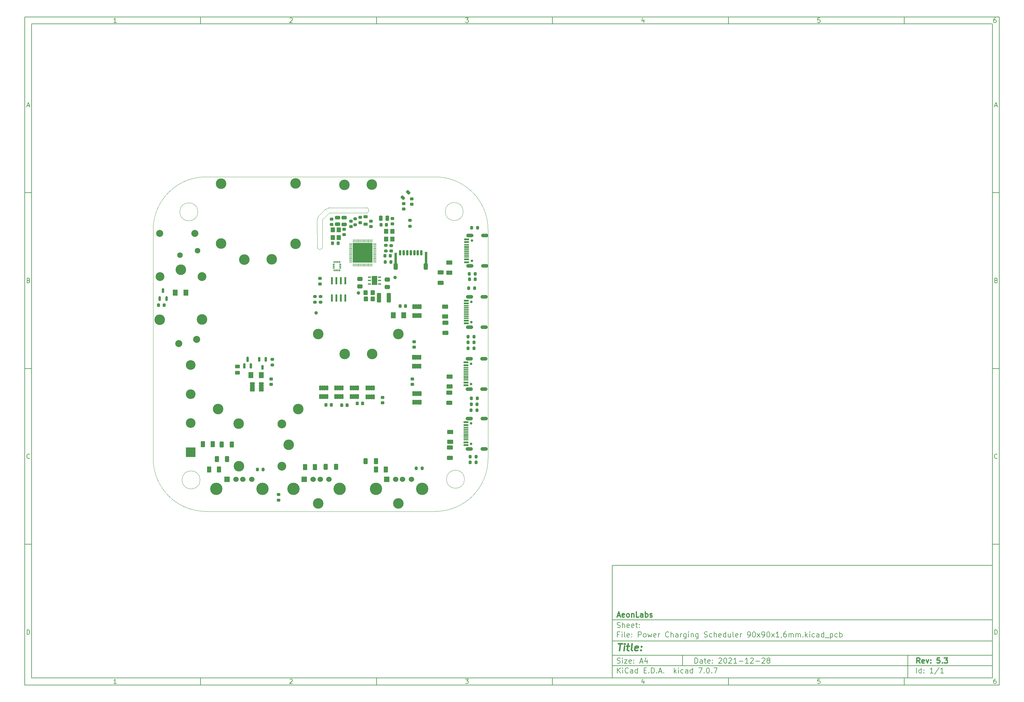
<source format=gbr>
G04 #@! TF.GenerationSoftware,KiCad,Pcbnew,7.0.7*
G04 #@! TF.CreationDate,2023-09-23T13:03:32+02:00*
G04 #@! TF.ProjectId,Power Charging Scheduler 90x90x1_6mm,506f7765-7220-4436-9861-7267696e6720,5.3*
G04 #@! TF.SameCoordinates,Original*
G04 #@! TF.FileFunction,Soldermask,Top*
G04 #@! TF.FilePolarity,Negative*
%FSLAX46Y46*%
G04 Gerber Fmt 4.6, Leading zero omitted, Abs format (unit mm)*
G04 Created by KiCad (PCBNEW 7.0.7) date 2023-09-23 13:03:32*
%MOMM*%
%LPD*%
G01*
G04 APERTURE LIST*
G04 Aperture macros list*
%AMRoundRect*
0 Rectangle with rounded corners*
0 $1 Rounding radius*
0 $2 $3 $4 $5 $6 $7 $8 $9 X,Y pos of 4 corners*
0 Add a 4 corners polygon primitive as box body*
4,1,4,$2,$3,$4,$5,$6,$7,$8,$9,$2,$3,0*
0 Add four circle primitives for the rounded corners*
1,1,$1+$1,$2,$3*
1,1,$1+$1,$4,$5*
1,1,$1+$1,$6,$7*
1,1,$1+$1,$8,$9*
0 Add four rect primitives between the rounded corners*
20,1,$1+$1,$2,$3,$4,$5,0*
20,1,$1+$1,$4,$5,$6,$7,0*
20,1,$1+$1,$6,$7,$8,$9,0*
20,1,$1+$1,$8,$9,$2,$3,0*%
G04 Aperture macros list end*
%ADD10C,0.100000*%
%ADD11C,0.150000*%
%ADD12C,0.300000*%
%ADD13C,0.400000*%
%ADD14RoundRect,0.200000X0.200000X0.275000X-0.200000X0.275000X-0.200000X-0.275000X0.200000X-0.275000X0*%
%ADD15C,3.500000*%
%ADD16C,1.524000*%
%ADD17R,1.524000X1.524000*%
%ADD18RoundRect,0.200000X-0.275000X0.200000X-0.275000X-0.200000X0.275000X-0.200000X0.275000X0.200000X0*%
%ADD19C,3.000000*%
%ADD20RoundRect,0.250000X0.375000X0.625000X-0.375000X0.625000X-0.375000X-0.625000X0.375000X-0.625000X0*%
%ADD21RoundRect,0.250000X-0.375000X-0.625000X0.375000X-0.625000X0.375000X0.625000X-0.375000X0.625000X0*%
%ADD22RoundRect,0.130800X-0.576200X-0.211200X0.576200X-0.211200X0.576200X0.211200X-0.576200X0.211200X0*%
%ADD23RoundRect,0.130800X0.211200X-0.576200X0.211200X0.576200X-0.211200X0.576200X-0.211200X-0.576200X0*%
%ADD24RoundRect,0.225000X-0.250000X0.225000X-0.250000X-0.225000X0.250000X-0.225000X0.250000X0.225000X0*%
%ADD25RoundRect,0.225000X-0.225000X-0.250000X0.225000X-0.250000X0.225000X0.250000X-0.225000X0.250000X0*%
%ADD26RoundRect,0.250000X-0.312500X-0.625000X0.312500X-0.625000X0.312500X0.625000X-0.312500X0.625000X0*%
%ADD27RoundRect,0.250000X0.312500X0.625000X-0.312500X0.625000X-0.312500X-0.625000X0.312500X-0.625000X0*%
%ADD28RoundRect,0.150000X0.150000X-0.587500X0.150000X0.587500X-0.150000X0.587500X-0.150000X-0.587500X0*%
%ADD29O,2.100000X1.050000*%
%ADD30R,1.450000X0.300000*%
%ADD31R,1.450000X0.600000*%
%ADD32C,0.700000*%
%ADD33RoundRect,0.225000X0.250000X-0.225000X0.250000X0.225000X-0.250000X0.225000X-0.250000X-0.225000X0*%
%ADD34RoundRect,0.250000X-0.350000X-0.450000X0.350000X-0.450000X0.350000X0.450000X-0.350000X0.450000X0*%
%ADD35RoundRect,0.250000X0.250000X0.475000X-0.250000X0.475000X-0.250000X-0.475000X0.250000X-0.475000X0*%
%ADD36RoundRect,0.250000X-0.625000X0.312500X-0.625000X-0.312500X0.625000X-0.312500X0.625000X0.312500X0*%
%ADD37RoundRect,0.250000X0.625000X-0.375000X0.625000X0.375000X-0.625000X0.375000X-0.625000X-0.375000X0*%
%ADD38RoundRect,0.250000X-0.350000X-0.650000X0.350000X-0.650000X0.350000X0.650000X-0.350000X0.650000X0*%
%ADD39RoundRect,0.150000X-0.150000X-0.625000X0.150000X-0.625000X0.150000X0.625000X-0.150000X0.625000X0*%
%ADD40C,1.000000*%
%ADD41R,0.840000X0.420000*%
%ADD42R,1.600000X2.500000*%
%ADD43RoundRect,0.130800X-0.211200X0.576200X-0.211200X-0.576200X0.211200X-0.576200X0.211200X0.576200X0*%
%ADD44RoundRect,0.150000X0.150000X-0.512500X0.150000X0.512500X-0.150000X0.512500X-0.150000X-0.512500X0*%
%ADD45RoundRect,0.250000X0.475000X-0.337500X0.475000X0.337500X-0.475000X0.337500X-0.475000X-0.337500X0*%
%ADD46RoundRect,0.250000X0.450000X-0.262500X0.450000X0.262500X-0.450000X0.262500X-0.450000X-0.262500X0*%
%ADD47RoundRect,0.225000X0.225000X0.250000X-0.225000X0.250000X-0.225000X-0.250000X0.225000X-0.250000X0*%
%ADD48RoundRect,0.250000X0.375000X1.075000X-0.375000X1.075000X-0.375000X-1.075000X0.375000X-1.075000X0*%
%ADD49R,0.350000X0.580000*%
%ADD50R,0.580000X0.350000*%
%ADD51R,5.600000X5.600000*%
%ADD52RoundRect,0.050000X-0.387500X0.050000X-0.387500X-0.050000X0.387500X-0.050000X0.387500X0.050000X0*%
%ADD53RoundRect,0.050000X-0.050000X0.387500X-0.050000X-0.387500X0.050000X-0.387500X0.050000X0.387500X0*%
%ADD54RoundRect,0.200000X0.275000X-0.200000X0.275000X0.200000X-0.275000X0.200000X-0.275000X-0.200000X0*%
%ADD55RoundRect,0.250000X-0.475000X0.250000X-0.475000X-0.250000X0.475000X-0.250000X0.475000X0.250000X0*%
%ADD56RoundRect,0.250001X0.462499X0.624999X-0.462499X0.624999X-0.462499X-0.624999X0.462499X-0.624999X0*%
%ADD57RoundRect,0.250001X-0.462499X-0.624999X0.462499X-0.624999X0.462499X0.624999X-0.462499X0.624999X0*%
%ADD58R,1.200000X1.400000*%
%ADD59RoundRect,0.150000X-0.150000X0.512500X-0.150000X-0.512500X0.150000X-0.512500X0.150000X0.512500X0*%
%ADD60RoundRect,0.218750X-0.381250X0.218750X-0.381250X-0.218750X0.381250X-0.218750X0.381250X0.218750X0*%
%ADD61RoundRect,0.250000X-0.475000X0.337500X-0.475000X-0.337500X0.475000X-0.337500X0.475000X0.337500X0*%
%ADD62RoundRect,0.218750X-0.114905X0.424264X-0.424264X0.114905X0.114905X-0.424264X0.424264X-0.114905X0*%
%ADD63R,0.800000X4.500000*%
%ADD64RoundRect,0.250000X0.350000X0.450000X-0.350000X0.450000X-0.350000X-0.450000X0.350000X-0.450000X0*%
%ADD65RoundRect,0.041300X0.253700X-0.948700X0.253700X0.948700X-0.253700X0.948700X-0.253700X-0.948700X0*%
%ADD66C,1.600000*%
%ADD67C,2.010000*%
%ADD68C,2.000000*%
%ADD69C,2.500000*%
%ADD70R,2.743200X2.743200*%
%ADD71C,2.743200*%
G04 #@! TA.AperFunction,Profile*
%ADD72C,0.100000*%
G04 #@! TD*
G04 APERTURE END LIST*
D10*
D11*
X177002200Y-166007200D02*
X285002200Y-166007200D01*
X285002200Y-198007200D01*
X177002200Y-198007200D01*
X177002200Y-166007200D01*
D10*
D11*
X10000000Y-10000000D02*
X287002200Y-10000000D01*
X287002200Y-200007200D01*
X10000000Y-200007200D01*
X10000000Y-10000000D01*
D10*
D11*
X12000000Y-12000000D02*
X285002200Y-12000000D01*
X285002200Y-198007200D01*
X12000000Y-198007200D01*
X12000000Y-12000000D01*
D10*
D11*
X60000000Y-12000000D02*
X60000000Y-10000000D01*
D10*
D11*
X110000000Y-12000000D02*
X110000000Y-10000000D01*
D10*
D11*
X160000000Y-12000000D02*
X160000000Y-10000000D01*
D10*
D11*
X210000000Y-12000000D02*
X210000000Y-10000000D01*
D10*
D11*
X260000000Y-12000000D02*
X260000000Y-10000000D01*
D10*
D11*
X36089160Y-11593604D02*
X35346303Y-11593604D01*
X35717731Y-11593604D02*
X35717731Y-10293604D01*
X35717731Y-10293604D02*
X35593922Y-10479319D01*
X35593922Y-10479319D02*
X35470112Y-10603128D01*
X35470112Y-10603128D02*
X35346303Y-10665033D01*
D10*
D11*
X85346303Y-10417414D02*
X85408207Y-10355509D01*
X85408207Y-10355509D02*
X85532017Y-10293604D01*
X85532017Y-10293604D02*
X85841541Y-10293604D01*
X85841541Y-10293604D02*
X85965350Y-10355509D01*
X85965350Y-10355509D02*
X86027255Y-10417414D01*
X86027255Y-10417414D02*
X86089160Y-10541223D01*
X86089160Y-10541223D02*
X86089160Y-10665033D01*
X86089160Y-10665033D02*
X86027255Y-10850747D01*
X86027255Y-10850747D02*
X85284398Y-11593604D01*
X85284398Y-11593604D02*
X86089160Y-11593604D01*
D10*
D11*
X135284398Y-10293604D02*
X136089160Y-10293604D01*
X136089160Y-10293604D02*
X135655826Y-10788842D01*
X135655826Y-10788842D02*
X135841541Y-10788842D01*
X135841541Y-10788842D02*
X135965350Y-10850747D01*
X135965350Y-10850747D02*
X136027255Y-10912652D01*
X136027255Y-10912652D02*
X136089160Y-11036461D01*
X136089160Y-11036461D02*
X136089160Y-11345985D01*
X136089160Y-11345985D02*
X136027255Y-11469795D01*
X136027255Y-11469795D02*
X135965350Y-11531700D01*
X135965350Y-11531700D02*
X135841541Y-11593604D01*
X135841541Y-11593604D02*
X135470112Y-11593604D01*
X135470112Y-11593604D02*
X135346303Y-11531700D01*
X135346303Y-11531700D02*
X135284398Y-11469795D01*
D10*
D11*
X185965350Y-10726938D02*
X185965350Y-11593604D01*
X185655826Y-10231700D02*
X185346303Y-11160271D01*
X185346303Y-11160271D02*
X186151064Y-11160271D01*
D10*
D11*
X236027255Y-10293604D02*
X235408207Y-10293604D01*
X235408207Y-10293604D02*
X235346303Y-10912652D01*
X235346303Y-10912652D02*
X235408207Y-10850747D01*
X235408207Y-10850747D02*
X235532017Y-10788842D01*
X235532017Y-10788842D02*
X235841541Y-10788842D01*
X235841541Y-10788842D02*
X235965350Y-10850747D01*
X235965350Y-10850747D02*
X236027255Y-10912652D01*
X236027255Y-10912652D02*
X236089160Y-11036461D01*
X236089160Y-11036461D02*
X236089160Y-11345985D01*
X236089160Y-11345985D02*
X236027255Y-11469795D01*
X236027255Y-11469795D02*
X235965350Y-11531700D01*
X235965350Y-11531700D02*
X235841541Y-11593604D01*
X235841541Y-11593604D02*
X235532017Y-11593604D01*
X235532017Y-11593604D02*
X235408207Y-11531700D01*
X235408207Y-11531700D02*
X235346303Y-11469795D01*
D10*
D11*
X285965350Y-10293604D02*
X285717731Y-10293604D01*
X285717731Y-10293604D02*
X285593922Y-10355509D01*
X285593922Y-10355509D02*
X285532017Y-10417414D01*
X285532017Y-10417414D02*
X285408207Y-10603128D01*
X285408207Y-10603128D02*
X285346303Y-10850747D01*
X285346303Y-10850747D02*
X285346303Y-11345985D01*
X285346303Y-11345985D02*
X285408207Y-11469795D01*
X285408207Y-11469795D02*
X285470112Y-11531700D01*
X285470112Y-11531700D02*
X285593922Y-11593604D01*
X285593922Y-11593604D02*
X285841541Y-11593604D01*
X285841541Y-11593604D02*
X285965350Y-11531700D01*
X285965350Y-11531700D02*
X286027255Y-11469795D01*
X286027255Y-11469795D02*
X286089160Y-11345985D01*
X286089160Y-11345985D02*
X286089160Y-11036461D01*
X286089160Y-11036461D02*
X286027255Y-10912652D01*
X286027255Y-10912652D02*
X285965350Y-10850747D01*
X285965350Y-10850747D02*
X285841541Y-10788842D01*
X285841541Y-10788842D02*
X285593922Y-10788842D01*
X285593922Y-10788842D02*
X285470112Y-10850747D01*
X285470112Y-10850747D02*
X285408207Y-10912652D01*
X285408207Y-10912652D02*
X285346303Y-11036461D01*
D10*
D11*
X60000000Y-198007200D02*
X60000000Y-200007200D01*
D10*
D11*
X110000000Y-198007200D02*
X110000000Y-200007200D01*
D10*
D11*
X160000000Y-198007200D02*
X160000000Y-200007200D01*
D10*
D11*
X210000000Y-198007200D02*
X210000000Y-200007200D01*
D10*
D11*
X260000000Y-198007200D02*
X260000000Y-200007200D01*
D10*
D11*
X36089160Y-199600804D02*
X35346303Y-199600804D01*
X35717731Y-199600804D02*
X35717731Y-198300804D01*
X35717731Y-198300804D02*
X35593922Y-198486519D01*
X35593922Y-198486519D02*
X35470112Y-198610328D01*
X35470112Y-198610328D02*
X35346303Y-198672233D01*
D10*
D11*
X85346303Y-198424614D02*
X85408207Y-198362709D01*
X85408207Y-198362709D02*
X85532017Y-198300804D01*
X85532017Y-198300804D02*
X85841541Y-198300804D01*
X85841541Y-198300804D02*
X85965350Y-198362709D01*
X85965350Y-198362709D02*
X86027255Y-198424614D01*
X86027255Y-198424614D02*
X86089160Y-198548423D01*
X86089160Y-198548423D02*
X86089160Y-198672233D01*
X86089160Y-198672233D02*
X86027255Y-198857947D01*
X86027255Y-198857947D02*
X85284398Y-199600804D01*
X85284398Y-199600804D02*
X86089160Y-199600804D01*
D10*
D11*
X135284398Y-198300804D02*
X136089160Y-198300804D01*
X136089160Y-198300804D02*
X135655826Y-198796042D01*
X135655826Y-198796042D02*
X135841541Y-198796042D01*
X135841541Y-198796042D02*
X135965350Y-198857947D01*
X135965350Y-198857947D02*
X136027255Y-198919852D01*
X136027255Y-198919852D02*
X136089160Y-199043661D01*
X136089160Y-199043661D02*
X136089160Y-199353185D01*
X136089160Y-199353185D02*
X136027255Y-199476995D01*
X136027255Y-199476995D02*
X135965350Y-199538900D01*
X135965350Y-199538900D02*
X135841541Y-199600804D01*
X135841541Y-199600804D02*
X135470112Y-199600804D01*
X135470112Y-199600804D02*
X135346303Y-199538900D01*
X135346303Y-199538900D02*
X135284398Y-199476995D01*
D10*
D11*
X185965350Y-198734138D02*
X185965350Y-199600804D01*
X185655826Y-198238900D02*
X185346303Y-199167471D01*
X185346303Y-199167471D02*
X186151064Y-199167471D01*
D10*
D11*
X236027255Y-198300804D02*
X235408207Y-198300804D01*
X235408207Y-198300804D02*
X235346303Y-198919852D01*
X235346303Y-198919852D02*
X235408207Y-198857947D01*
X235408207Y-198857947D02*
X235532017Y-198796042D01*
X235532017Y-198796042D02*
X235841541Y-198796042D01*
X235841541Y-198796042D02*
X235965350Y-198857947D01*
X235965350Y-198857947D02*
X236027255Y-198919852D01*
X236027255Y-198919852D02*
X236089160Y-199043661D01*
X236089160Y-199043661D02*
X236089160Y-199353185D01*
X236089160Y-199353185D02*
X236027255Y-199476995D01*
X236027255Y-199476995D02*
X235965350Y-199538900D01*
X235965350Y-199538900D02*
X235841541Y-199600804D01*
X235841541Y-199600804D02*
X235532017Y-199600804D01*
X235532017Y-199600804D02*
X235408207Y-199538900D01*
X235408207Y-199538900D02*
X235346303Y-199476995D01*
D10*
D11*
X285965350Y-198300804D02*
X285717731Y-198300804D01*
X285717731Y-198300804D02*
X285593922Y-198362709D01*
X285593922Y-198362709D02*
X285532017Y-198424614D01*
X285532017Y-198424614D02*
X285408207Y-198610328D01*
X285408207Y-198610328D02*
X285346303Y-198857947D01*
X285346303Y-198857947D02*
X285346303Y-199353185D01*
X285346303Y-199353185D02*
X285408207Y-199476995D01*
X285408207Y-199476995D02*
X285470112Y-199538900D01*
X285470112Y-199538900D02*
X285593922Y-199600804D01*
X285593922Y-199600804D02*
X285841541Y-199600804D01*
X285841541Y-199600804D02*
X285965350Y-199538900D01*
X285965350Y-199538900D02*
X286027255Y-199476995D01*
X286027255Y-199476995D02*
X286089160Y-199353185D01*
X286089160Y-199353185D02*
X286089160Y-199043661D01*
X286089160Y-199043661D02*
X286027255Y-198919852D01*
X286027255Y-198919852D02*
X285965350Y-198857947D01*
X285965350Y-198857947D02*
X285841541Y-198796042D01*
X285841541Y-198796042D02*
X285593922Y-198796042D01*
X285593922Y-198796042D02*
X285470112Y-198857947D01*
X285470112Y-198857947D02*
X285408207Y-198919852D01*
X285408207Y-198919852D02*
X285346303Y-199043661D01*
D10*
D11*
X10000000Y-60000000D02*
X12000000Y-60000000D01*
D10*
D11*
X10000000Y-110000000D02*
X12000000Y-110000000D01*
D10*
D11*
X10000000Y-160000000D02*
X12000000Y-160000000D01*
D10*
D11*
X10690476Y-35222176D02*
X11309523Y-35222176D01*
X10566666Y-35593604D02*
X10999999Y-34293604D01*
X10999999Y-34293604D02*
X11433333Y-35593604D01*
D10*
D11*
X11092857Y-84912652D02*
X11278571Y-84974557D01*
X11278571Y-84974557D02*
X11340476Y-85036461D01*
X11340476Y-85036461D02*
X11402380Y-85160271D01*
X11402380Y-85160271D02*
X11402380Y-85345985D01*
X11402380Y-85345985D02*
X11340476Y-85469795D01*
X11340476Y-85469795D02*
X11278571Y-85531700D01*
X11278571Y-85531700D02*
X11154761Y-85593604D01*
X11154761Y-85593604D02*
X10659523Y-85593604D01*
X10659523Y-85593604D02*
X10659523Y-84293604D01*
X10659523Y-84293604D02*
X11092857Y-84293604D01*
X11092857Y-84293604D02*
X11216666Y-84355509D01*
X11216666Y-84355509D02*
X11278571Y-84417414D01*
X11278571Y-84417414D02*
X11340476Y-84541223D01*
X11340476Y-84541223D02*
X11340476Y-84665033D01*
X11340476Y-84665033D02*
X11278571Y-84788842D01*
X11278571Y-84788842D02*
X11216666Y-84850747D01*
X11216666Y-84850747D02*
X11092857Y-84912652D01*
X11092857Y-84912652D02*
X10659523Y-84912652D01*
D10*
D11*
X11402380Y-135469795D02*
X11340476Y-135531700D01*
X11340476Y-135531700D02*
X11154761Y-135593604D01*
X11154761Y-135593604D02*
X11030952Y-135593604D01*
X11030952Y-135593604D02*
X10845238Y-135531700D01*
X10845238Y-135531700D02*
X10721428Y-135407890D01*
X10721428Y-135407890D02*
X10659523Y-135284080D01*
X10659523Y-135284080D02*
X10597619Y-135036461D01*
X10597619Y-135036461D02*
X10597619Y-134850747D01*
X10597619Y-134850747D02*
X10659523Y-134603128D01*
X10659523Y-134603128D02*
X10721428Y-134479319D01*
X10721428Y-134479319D02*
X10845238Y-134355509D01*
X10845238Y-134355509D02*
X11030952Y-134293604D01*
X11030952Y-134293604D02*
X11154761Y-134293604D01*
X11154761Y-134293604D02*
X11340476Y-134355509D01*
X11340476Y-134355509D02*
X11402380Y-134417414D01*
D10*
D11*
X10659523Y-185593604D02*
X10659523Y-184293604D01*
X10659523Y-184293604D02*
X10969047Y-184293604D01*
X10969047Y-184293604D02*
X11154761Y-184355509D01*
X11154761Y-184355509D02*
X11278571Y-184479319D01*
X11278571Y-184479319D02*
X11340476Y-184603128D01*
X11340476Y-184603128D02*
X11402380Y-184850747D01*
X11402380Y-184850747D02*
X11402380Y-185036461D01*
X11402380Y-185036461D02*
X11340476Y-185284080D01*
X11340476Y-185284080D02*
X11278571Y-185407890D01*
X11278571Y-185407890D02*
X11154761Y-185531700D01*
X11154761Y-185531700D02*
X10969047Y-185593604D01*
X10969047Y-185593604D02*
X10659523Y-185593604D01*
D10*
D11*
X287002200Y-60000000D02*
X285002200Y-60000000D01*
D10*
D11*
X287002200Y-110000000D02*
X285002200Y-110000000D01*
D10*
D11*
X287002200Y-160000000D02*
X285002200Y-160000000D01*
D10*
D11*
X285692676Y-35222176D02*
X286311723Y-35222176D01*
X285568866Y-35593604D02*
X286002199Y-34293604D01*
X286002199Y-34293604D02*
X286435533Y-35593604D01*
D10*
D11*
X286095057Y-84912652D02*
X286280771Y-84974557D01*
X286280771Y-84974557D02*
X286342676Y-85036461D01*
X286342676Y-85036461D02*
X286404580Y-85160271D01*
X286404580Y-85160271D02*
X286404580Y-85345985D01*
X286404580Y-85345985D02*
X286342676Y-85469795D01*
X286342676Y-85469795D02*
X286280771Y-85531700D01*
X286280771Y-85531700D02*
X286156961Y-85593604D01*
X286156961Y-85593604D02*
X285661723Y-85593604D01*
X285661723Y-85593604D02*
X285661723Y-84293604D01*
X285661723Y-84293604D02*
X286095057Y-84293604D01*
X286095057Y-84293604D02*
X286218866Y-84355509D01*
X286218866Y-84355509D02*
X286280771Y-84417414D01*
X286280771Y-84417414D02*
X286342676Y-84541223D01*
X286342676Y-84541223D02*
X286342676Y-84665033D01*
X286342676Y-84665033D02*
X286280771Y-84788842D01*
X286280771Y-84788842D02*
X286218866Y-84850747D01*
X286218866Y-84850747D02*
X286095057Y-84912652D01*
X286095057Y-84912652D02*
X285661723Y-84912652D01*
D10*
D11*
X286404580Y-135469795D02*
X286342676Y-135531700D01*
X286342676Y-135531700D02*
X286156961Y-135593604D01*
X286156961Y-135593604D02*
X286033152Y-135593604D01*
X286033152Y-135593604D02*
X285847438Y-135531700D01*
X285847438Y-135531700D02*
X285723628Y-135407890D01*
X285723628Y-135407890D02*
X285661723Y-135284080D01*
X285661723Y-135284080D02*
X285599819Y-135036461D01*
X285599819Y-135036461D02*
X285599819Y-134850747D01*
X285599819Y-134850747D02*
X285661723Y-134603128D01*
X285661723Y-134603128D02*
X285723628Y-134479319D01*
X285723628Y-134479319D02*
X285847438Y-134355509D01*
X285847438Y-134355509D02*
X286033152Y-134293604D01*
X286033152Y-134293604D02*
X286156961Y-134293604D01*
X286156961Y-134293604D02*
X286342676Y-134355509D01*
X286342676Y-134355509D02*
X286404580Y-134417414D01*
D10*
D11*
X285661723Y-185593604D02*
X285661723Y-184293604D01*
X285661723Y-184293604D02*
X285971247Y-184293604D01*
X285971247Y-184293604D02*
X286156961Y-184355509D01*
X286156961Y-184355509D02*
X286280771Y-184479319D01*
X286280771Y-184479319D02*
X286342676Y-184603128D01*
X286342676Y-184603128D02*
X286404580Y-184850747D01*
X286404580Y-184850747D02*
X286404580Y-185036461D01*
X286404580Y-185036461D02*
X286342676Y-185284080D01*
X286342676Y-185284080D02*
X286280771Y-185407890D01*
X286280771Y-185407890D02*
X286156961Y-185531700D01*
X286156961Y-185531700D02*
X285971247Y-185593604D01*
X285971247Y-185593604D02*
X285661723Y-185593604D01*
D10*
D11*
X200458026Y-193793328D02*
X200458026Y-192293328D01*
X200458026Y-192293328D02*
X200815169Y-192293328D01*
X200815169Y-192293328D02*
X201029455Y-192364757D01*
X201029455Y-192364757D02*
X201172312Y-192507614D01*
X201172312Y-192507614D02*
X201243741Y-192650471D01*
X201243741Y-192650471D02*
X201315169Y-192936185D01*
X201315169Y-192936185D02*
X201315169Y-193150471D01*
X201315169Y-193150471D02*
X201243741Y-193436185D01*
X201243741Y-193436185D02*
X201172312Y-193579042D01*
X201172312Y-193579042D02*
X201029455Y-193721900D01*
X201029455Y-193721900D02*
X200815169Y-193793328D01*
X200815169Y-193793328D02*
X200458026Y-193793328D01*
X202600884Y-193793328D02*
X202600884Y-193007614D01*
X202600884Y-193007614D02*
X202529455Y-192864757D01*
X202529455Y-192864757D02*
X202386598Y-192793328D01*
X202386598Y-192793328D02*
X202100884Y-192793328D01*
X202100884Y-192793328D02*
X201958026Y-192864757D01*
X202600884Y-193721900D02*
X202458026Y-193793328D01*
X202458026Y-193793328D02*
X202100884Y-193793328D01*
X202100884Y-193793328D02*
X201958026Y-193721900D01*
X201958026Y-193721900D02*
X201886598Y-193579042D01*
X201886598Y-193579042D02*
X201886598Y-193436185D01*
X201886598Y-193436185D02*
X201958026Y-193293328D01*
X201958026Y-193293328D02*
X202100884Y-193221900D01*
X202100884Y-193221900D02*
X202458026Y-193221900D01*
X202458026Y-193221900D02*
X202600884Y-193150471D01*
X203100884Y-192793328D02*
X203672312Y-192793328D01*
X203315169Y-192293328D02*
X203315169Y-193579042D01*
X203315169Y-193579042D02*
X203386598Y-193721900D01*
X203386598Y-193721900D02*
X203529455Y-193793328D01*
X203529455Y-193793328D02*
X203672312Y-193793328D01*
X204743741Y-193721900D02*
X204600884Y-193793328D01*
X204600884Y-193793328D02*
X204315170Y-193793328D01*
X204315170Y-193793328D02*
X204172312Y-193721900D01*
X204172312Y-193721900D02*
X204100884Y-193579042D01*
X204100884Y-193579042D02*
X204100884Y-193007614D01*
X204100884Y-193007614D02*
X204172312Y-192864757D01*
X204172312Y-192864757D02*
X204315170Y-192793328D01*
X204315170Y-192793328D02*
X204600884Y-192793328D01*
X204600884Y-192793328D02*
X204743741Y-192864757D01*
X204743741Y-192864757D02*
X204815170Y-193007614D01*
X204815170Y-193007614D02*
X204815170Y-193150471D01*
X204815170Y-193150471D02*
X204100884Y-193293328D01*
X205458026Y-193650471D02*
X205529455Y-193721900D01*
X205529455Y-193721900D02*
X205458026Y-193793328D01*
X205458026Y-193793328D02*
X205386598Y-193721900D01*
X205386598Y-193721900D02*
X205458026Y-193650471D01*
X205458026Y-193650471D02*
X205458026Y-193793328D01*
X205458026Y-192864757D02*
X205529455Y-192936185D01*
X205529455Y-192936185D02*
X205458026Y-193007614D01*
X205458026Y-193007614D02*
X205386598Y-192936185D01*
X205386598Y-192936185D02*
X205458026Y-192864757D01*
X205458026Y-192864757D02*
X205458026Y-193007614D01*
X207243741Y-192436185D02*
X207315169Y-192364757D01*
X207315169Y-192364757D02*
X207458027Y-192293328D01*
X207458027Y-192293328D02*
X207815169Y-192293328D01*
X207815169Y-192293328D02*
X207958027Y-192364757D01*
X207958027Y-192364757D02*
X208029455Y-192436185D01*
X208029455Y-192436185D02*
X208100884Y-192579042D01*
X208100884Y-192579042D02*
X208100884Y-192721900D01*
X208100884Y-192721900D02*
X208029455Y-192936185D01*
X208029455Y-192936185D02*
X207172312Y-193793328D01*
X207172312Y-193793328D02*
X208100884Y-193793328D01*
X209029455Y-192293328D02*
X209172312Y-192293328D01*
X209172312Y-192293328D02*
X209315169Y-192364757D01*
X209315169Y-192364757D02*
X209386598Y-192436185D01*
X209386598Y-192436185D02*
X209458026Y-192579042D01*
X209458026Y-192579042D02*
X209529455Y-192864757D01*
X209529455Y-192864757D02*
X209529455Y-193221900D01*
X209529455Y-193221900D02*
X209458026Y-193507614D01*
X209458026Y-193507614D02*
X209386598Y-193650471D01*
X209386598Y-193650471D02*
X209315169Y-193721900D01*
X209315169Y-193721900D02*
X209172312Y-193793328D01*
X209172312Y-193793328D02*
X209029455Y-193793328D01*
X209029455Y-193793328D02*
X208886598Y-193721900D01*
X208886598Y-193721900D02*
X208815169Y-193650471D01*
X208815169Y-193650471D02*
X208743740Y-193507614D01*
X208743740Y-193507614D02*
X208672312Y-193221900D01*
X208672312Y-193221900D02*
X208672312Y-192864757D01*
X208672312Y-192864757D02*
X208743740Y-192579042D01*
X208743740Y-192579042D02*
X208815169Y-192436185D01*
X208815169Y-192436185D02*
X208886598Y-192364757D01*
X208886598Y-192364757D02*
X209029455Y-192293328D01*
X210100883Y-192436185D02*
X210172311Y-192364757D01*
X210172311Y-192364757D02*
X210315169Y-192293328D01*
X210315169Y-192293328D02*
X210672311Y-192293328D01*
X210672311Y-192293328D02*
X210815169Y-192364757D01*
X210815169Y-192364757D02*
X210886597Y-192436185D01*
X210886597Y-192436185D02*
X210958026Y-192579042D01*
X210958026Y-192579042D02*
X210958026Y-192721900D01*
X210958026Y-192721900D02*
X210886597Y-192936185D01*
X210886597Y-192936185D02*
X210029454Y-193793328D01*
X210029454Y-193793328D02*
X210958026Y-193793328D01*
X212386597Y-193793328D02*
X211529454Y-193793328D01*
X211958025Y-193793328D02*
X211958025Y-192293328D01*
X211958025Y-192293328D02*
X211815168Y-192507614D01*
X211815168Y-192507614D02*
X211672311Y-192650471D01*
X211672311Y-192650471D02*
X211529454Y-192721900D01*
X213029453Y-193221900D02*
X214172311Y-193221900D01*
X215672311Y-193793328D02*
X214815168Y-193793328D01*
X215243739Y-193793328D02*
X215243739Y-192293328D01*
X215243739Y-192293328D02*
X215100882Y-192507614D01*
X215100882Y-192507614D02*
X214958025Y-192650471D01*
X214958025Y-192650471D02*
X214815168Y-192721900D01*
X216243739Y-192436185D02*
X216315167Y-192364757D01*
X216315167Y-192364757D02*
X216458025Y-192293328D01*
X216458025Y-192293328D02*
X216815167Y-192293328D01*
X216815167Y-192293328D02*
X216958025Y-192364757D01*
X216958025Y-192364757D02*
X217029453Y-192436185D01*
X217029453Y-192436185D02*
X217100882Y-192579042D01*
X217100882Y-192579042D02*
X217100882Y-192721900D01*
X217100882Y-192721900D02*
X217029453Y-192936185D01*
X217029453Y-192936185D02*
X216172310Y-193793328D01*
X216172310Y-193793328D02*
X217100882Y-193793328D01*
X217743738Y-193221900D02*
X218886596Y-193221900D01*
X219529453Y-192436185D02*
X219600881Y-192364757D01*
X219600881Y-192364757D02*
X219743739Y-192293328D01*
X219743739Y-192293328D02*
X220100881Y-192293328D01*
X220100881Y-192293328D02*
X220243739Y-192364757D01*
X220243739Y-192364757D02*
X220315167Y-192436185D01*
X220315167Y-192436185D02*
X220386596Y-192579042D01*
X220386596Y-192579042D02*
X220386596Y-192721900D01*
X220386596Y-192721900D02*
X220315167Y-192936185D01*
X220315167Y-192936185D02*
X219458024Y-193793328D01*
X219458024Y-193793328D02*
X220386596Y-193793328D01*
X221243738Y-192936185D02*
X221100881Y-192864757D01*
X221100881Y-192864757D02*
X221029452Y-192793328D01*
X221029452Y-192793328D02*
X220958024Y-192650471D01*
X220958024Y-192650471D02*
X220958024Y-192579042D01*
X220958024Y-192579042D02*
X221029452Y-192436185D01*
X221029452Y-192436185D02*
X221100881Y-192364757D01*
X221100881Y-192364757D02*
X221243738Y-192293328D01*
X221243738Y-192293328D02*
X221529452Y-192293328D01*
X221529452Y-192293328D02*
X221672310Y-192364757D01*
X221672310Y-192364757D02*
X221743738Y-192436185D01*
X221743738Y-192436185D02*
X221815167Y-192579042D01*
X221815167Y-192579042D02*
X221815167Y-192650471D01*
X221815167Y-192650471D02*
X221743738Y-192793328D01*
X221743738Y-192793328D02*
X221672310Y-192864757D01*
X221672310Y-192864757D02*
X221529452Y-192936185D01*
X221529452Y-192936185D02*
X221243738Y-192936185D01*
X221243738Y-192936185D02*
X221100881Y-193007614D01*
X221100881Y-193007614D02*
X221029452Y-193079042D01*
X221029452Y-193079042D02*
X220958024Y-193221900D01*
X220958024Y-193221900D02*
X220958024Y-193507614D01*
X220958024Y-193507614D02*
X221029452Y-193650471D01*
X221029452Y-193650471D02*
X221100881Y-193721900D01*
X221100881Y-193721900D02*
X221243738Y-193793328D01*
X221243738Y-193793328D02*
X221529452Y-193793328D01*
X221529452Y-193793328D02*
X221672310Y-193721900D01*
X221672310Y-193721900D02*
X221743738Y-193650471D01*
X221743738Y-193650471D02*
X221815167Y-193507614D01*
X221815167Y-193507614D02*
X221815167Y-193221900D01*
X221815167Y-193221900D02*
X221743738Y-193079042D01*
X221743738Y-193079042D02*
X221672310Y-193007614D01*
X221672310Y-193007614D02*
X221529452Y-192936185D01*
D10*
D11*
X177002200Y-194507200D02*
X285002200Y-194507200D01*
D10*
D11*
X178458026Y-196593328D02*
X178458026Y-195093328D01*
X179315169Y-196593328D02*
X178672312Y-195736185D01*
X179315169Y-195093328D02*
X178458026Y-195950471D01*
X179958026Y-196593328D02*
X179958026Y-195593328D01*
X179958026Y-195093328D02*
X179886598Y-195164757D01*
X179886598Y-195164757D02*
X179958026Y-195236185D01*
X179958026Y-195236185D02*
X180029455Y-195164757D01*
X180029455Y-195164757D02*
X179958026Y-195093328D01*
X179958026Y-195093328D02*
X179958026Y-195236185D01*
X181529455Y-196450471D02*
X181458027Y-196521900D01*
X181458027Y-196521900D02*
X181243741Y-196593328D01*
X181243741Y-196593328D02*
X181100884Y-196593328D01*
X181100884Y-196593328D02*
X180886598Y-196521900D01*
X180886598Y-196521900D02*
X180743741Y-196379042D01*
X180743741Y-196379042D02*
X180672312Y-196236185D01*
X180672312Y-196236185D02*
X180600884Y-195950471D01*
X180600884Y-195950471D02*
X180600884Y-195736185D01*
X180600884Y-195736185D02*
X180672312Y-195450471D01*
X180672312Y-195450471D02*
X180743741Y-195307614D01*
X180743741Y-195307614D02*
X180886598Y-195164757D01*
X180886598Y-195164757D02*
X181100884Y-195093328D01*
X181100884Y-195093328D02*
X181243741Y-195093328D01*
X181243741Y-195093328D02*
X181458027Y-195164757D01*
X181458027Y-195164757D02*
X181529455Y-195236185D01*
X182815170Y-196593328D02*
X182815170Y-195807614D01*
X182815170Y-195807614D02*
X182743741Y-195664757D01*
X182743741Y-195664757D02*
X182600884Y-195593328D01*
X182600884Y-195593328D02*
X182315170Y-195593328D01*
X182315170Y-195593328D02*
X182172312Y-195664757D01*
X182815170Y-196521900D02*
X182672312Y-196593328D01*
X182672312Y-196593328D02*
X182315170Y-196593328D01*
X182315170Y-196593328D02*
X182172312Y-196521900D01*
X182172312Y-196521900D02*
X182100884Y-196379042D01*
X182100884Y-196379042D02*
X182100884Y-196236185D01*
X182100884Y-196236185D02*
X182172312Y-196093328D01*
X182172312Y-196093328D02*
X182315170Y-196021900D01*
X182315170Y-196021900D02*
X182672312Y-196021900D01*
X182672312Y-196021900D02*
X182815170Y-195950471D01*
X184172313Y-196593328D02*
X184172313Y-195093328D01*
X184172313Y-196521900D02*
X184029455Y-196593328D01*
X184029455Y-196593328D02*
X183743741Y-196593328D01*
X183743741Y-196593328D02*
X183600884Y-196521900D01*
X183600884Y-196521900D02*
X183529455Y-196450471D01*
X183529455Y-196450471D02*
X183458027Y-196307614D01*
X183458027Y-196307614D02*
X183458027Y-195879042D01*
X183458027Y-195879042D02*
X183529455Y-195736185D01*
X183529455Y-195736185D02*
X183600884Y-195664757D01*
X183600884Y-195664757D02*
X183743741Y-195593328D01*
X183743741Y-195593328D02*
X184029455Y-195593328D01*
X184029455Y-195593328D02*
X184172313Y-195664757D01*
X186029455Y-195807614D02*
X186529455Y-195807614D01*
X186743741Y-196593328D02*
X186029455Y-196593328D01*
X186029455Y-196593328D02*
X186029455Y-195093328D01*
X186029455Y-195093328D02*
X186743741Y-195093328D01*
X187386598Y-196450471D02*
X187458027Y-196521900D01*
X187458027Y-196521900D02*
X187386598Y-196593328D01*
X187386598Y-196593328D02*
X187315170Y-196521900D01*
X187315170Y-196521900D02*
X187386598Y-196450471D01*
X187386598Y-196450471D02*
X187386598Y-196593328D01*
X188100884Y-196593328D02*
X188100884Y-195093328D01*
X188100884Y-195093328D02*
X188458027Y-195093328D01*
X188458027Y-195093328D02*
X188672313Y-195164757D01*
X188672313Y-195164757D02*
X188815170Y-195307614D01*
X188815170Y-195307614D02*
X188886599Y-195450471D01*
X188886599Y-195450471D02*
X188958027Y-195736185D01*
X188958027Y-195736185D02*
X188958027Y-195950471D01*
X188958027Y-195950471D02*
X188886599Y-196236185D01*
X188886599Y-196236185D02*
X188815170Y-196379042D01*
X188815170Y-196379042D02*
X188672313Y-196521900D01*
X188672313Y-196521900D02*
X188458027Y-196593328D01*
X188458027Y-196593328D02*
X188100884Y-196593328D01*
X189600884Y-196450471D02*
X189672313Y-196521900D01*
X189672313Y-196521900D02*
X189600884Y-196593328D01*
X189600884Y-196593328D02*
X189529456Y-196521900D01*
X189529456Y-196521900D02*
X189600884Y-196450471D01*
X189600884Y-196450471D02*
X189600884Y-196593328D01*
X190243742Y-196164757D02*
X190958028Y-196164757D01*
X190100885Y-196593328D02*
X190600885Y-195093328D01*
X190600885Y-195093328D02*
X191100885Y-196593328D01*
X191600884Y-196450471D02*
X191672313Y-196521900D01*
X191672313Y-196521900D02*
X191600884Y-196593328D01*
X191600884Y-196593328D02*
X191529456Y-196521900D01*
X191529456Y-196521900D02*
X191600884Y-196450471D01*
X191600884Y-196450471D02*
X191600884Y-196593328D01*
X194600884Y-196593328D02*
X194600884Y-195093328D01*
X194743742Y-196021900D02*
X195172313Y-196593328D01*
X195172313Y-195593328D02*
X194600884Y-196164757D01*
X195815170Y-196593328D02*
X195815170Y-195593328D01*
X195815170Y-195093328D02*
X195743742Y-195164757D01*
X195743742Y-195164757D02*
X195815170Y-195236185D01*
X195815170Y-195236185D02*
X195886599Y-195164757D01*
X195886599Y-195164757D02*
X195815170Y-195093328D01*
X195815170Y-195093328D02*
X195815170Y-195236185D01*
X197172314Y-196521900D02*
X197029456Y-196593328D01*
X197029456Y-196593328D02*
X196743742Y-196593328D01*
X196743742Y-196593328D02*
X196600885Y-196521900D01*
X196600885Y-196521900D02*
X196529456Y-196450471D01*
X196529456Y-196450471D02*
X196458028Y-196307614D01*
X196458028Y-196307614D02*
X196458028Y-195879042D01*
X196458028Y-195879042D02*
X196529456Y-195736185D01*
X196529456Y-195736185D02*
X196600885Y-195664757D01*
X196600885Y-195664757D02*
X196743742Y-195593328D01*
X196743742Y-195593328D02*
X197029456Y-195593328D01*
X197029456Y-195593328D02*
X197172314Y-195664757D01*
X198458028Y-196593328D02*
X198458028Y-195807614D01*
X198458028Y-195807614D02*
X198386599Y-195664757D01*
X198386599Y-195664757D02*
X198243742Y-195593328D01*
X198243742Y-195593328D02*
X197958028Y-195593328D01*
X197958028Y-195593328D02*
X197815170Y-195664757D01*
X198458028Y-196521900D02*
X198315170Y-196593328D01*
X198315170Y-196593328D02*
X197958028Y-196593328D01*
X197958028Y-196593328D02*
X197815170Y-196521900D01*
X197815170Y-196521900D02*
X197743742Y-196379042D01*
X197743742Y-196379042D02*
X197743742Y-196236185D01*
X197743742Y-196236185D02*
X197815170Y-196093328D01*
X197815170Y-196093328D02*
X197958028Y-196021900D01*
X197958028Y-196021900D02*
X198315170Y-196021900D01*
X198315170Y-196021900D02*
X198458028Y-195950471D01*
X199815171Y-196593328D02*
X199815171Y-195093328D01*
X199815171Y-196521900D02*
X199672313Y-196593328D01*
X199672313Y-196593328D02*
X199386599Y-196593328D01*
X199386599Y-196593328D02*
X199243742Y-196521900D01*
X199243742Y-196521900D02*
X199172313Y-196450471D01*
X199172313Y-196450471D02*
X199100885Y-196307614D01*
X199100885Y-196307614D02*
X199100885Y-195879042D01*
X199100885Y-195879042D02*
X199172313Y-195736185D01*
X199172313Y-195736185D02*
X199243742Y-195664757D01*
X199243742Y-195664757D02*
X199386599Y-195593328D01*
X199386599Y-195593328D02*
X199672313Y-195593328D01*
X199672313Y-195593328D02*
X199815171Y-195664757D01*
X201529456Y-195093328D02*
X202529456Y-195093328D01*
X202529456Y-195093328D02*
X201886599Y-196593328D01*
X203100884Y-196450471D02*
X203172313Y-196521900D01*
X203172313Y-196521900D02*
X203100884Y-196593328D01*
X203100884Y-196593328D02*
X203029456Y-196521900D01*
X203029456Y-196521900D02*
X203100884Y-196450471D01*
X203100884Y-196450471D02*
X203100884Y-196593328D01*
X204100885Y-195093328D02*
X204243742Y-195093328D01*
X204243742Y-195093328D02*
X204386599Y-195164757D01*
X204386599Y-195164757D02*
X204458028Y-195236185D01*
X204458028Y-195236185D02*
X204529456Y-195379042D01*
X204529456Y-195379042D02*
X204600885Y-195664757D01*
X204600885Y-195664757D02*
X204600885Y-196021900D01*
X204600885Y-196021900D02*
X204529456Y-196307614D01*
X204529456Y-196307614D02*
X204458028Y-196450471D01*
X204458028Y-196450471D02*
X204386599Y-196521900D01*
X204386599Y-196521900D02*
X204243742Y-196593328D01*
X204243742Y-196593328D02*
X204100885Y-196593328D01*
X204100885Y-196593328D02*
X203958028Y-196521900D01*
X203958028Y-196521900D02*
X203886599Y-196450471D01*
X203886599Y-196450471D02*
X203815170Y-196307614D01*
X203815170Y-196307614D02*
X203743742Y-196021900D01*
X203743742Y-196021900D02*
X203743742Y-195664757D01*
X203743742Y-195664757D02*
X203815170Y-195379042D01*
X203815170Y-195379042D02*
X203886599Y-195236185D01*
X203886599Y-195236185D02*
X203958028Y-195164757D01*
X203958028Y-195164757D02*
X204100885Y-195093328D01*
X205243741Y-196450471D02*
X205315170Y-196521900D01*
X205315170Y-196521900D02*
X205243741Y-196593328D01*
X205243741Y-196593328D02*
X205172313Y-196521900D01*
X205172313Y-196521900D02*
X205243741Y-196450471D01*
X205243741Y-196450471D02*
X205243741Y-196593328D01*
X205815170Y-195093328D02*
X206815170Y-195093328D01*
X206815170Y-195093328D02*
X206172313Y-196593328D01*
D10*
D11*
X177002200Y-191507200D02*
X285002200Y-191507200D01*
D10*
D12*
X264413853Y-193785528D02*
X263913853Y-193071242D01*
X263556710Y-193785528D02*
X263556710Y-192285528D01*
X263556710Y-192285528D02*
X264128139Y-192285528D01*
X264128139Y-192285528D02*
X264270996Y-192356957D01*
X264270996Y-192356957D02*
X264342425Y-192428385D01*
X264342425Y-192428385D02*
X264413853Y-192571242D01*
X264413853Y-192571242D02*
X264413853Y-192785528D01*
X264413853Y-192785528D02*
X264342425Y-192928385D01*
X264342425Y-192928385D02*
X264270996Y-192999814D01*
X264270996Y-192999814D02*
X264128139Y-193071242D01*
X264128139Y-193071242D02*
X263556710Y-193071242D01*
X265628139Y-193714100D02*
X265485282Y-193785528D01*
X265485282Y-193785528D02*
X265199568Y-193785528D01*
X265199568Y-193785528D02*
X265056710Y-193714100D01*
X265056710Y-193714100D02*
X264985282Y-193571242D01*
X264985282Y-193571242D02*
X264985282Y-192999814D01*
X264985282Y-192999814D02*
X265056710Y-192856957D01*
X265056710Y-192856957D02*
X265199568Y-192785528D01*
X265199568Y-192785528D02*
X265485282Y-192785528D01*
X265485282Y-192785528D02*
X265628139Y-192856957D01*
X265628139Y-192856957D02*
X265699568Y-192999814D01*
X265699568Y-192999814D02*
X265699568Y-193142671D01*
X265699568Y-193142671D02*
X264985282Y-193285528D01*
X266199567Y-192785528D02*
X266556710Y-193785528D01*
X266556710Y-193785528D02*
X266913853Y-192785528D01*
X267485281Y-193642671D02*
X267556710Y-193714100D01*
X267556710Y-193714100D02*
X267485281Y-193785528D01*
X267485281Y-193785528D02*
X267413853Y-193714100D01*
X267413853Y-193714100D02*
X267485281Y-193642671D01*
X267485281Y-193642671D02*
X267485281Y-193785528D01*
X267485281Y-192856957D02*
X267556710Y-192928385D01*
X267556710Y-192928385D02*
X267485281Y-192999814D01*
X267485281Y-192999814D02*
X267413853Y-192928385D01*
X267413853Y-192928385D02*
X267485281Y-192856957D01*
X267485281Y-192856957D02*
X267485281Y-192999814D01*
X270056710Y-192285528D02*
X269342424Y-192285528D01*
X269342424Y-192285528D02*
X269270996Y-192999814D01*
X269270996Y-192999814D02*
X269342424Y-192928385D01*
X269342424Y-192928385D02*
X269485282Y-192856957D01*
X269485282Y-192856957D02*
X269842424Y-192856957D01*
X269842424Y-192856957D02*
X269985282Y-192928385D01*
X269985282Y-192928385D02*
X270056710Y-192999814D01*
X270056710Y-192999814D02*
X270128139Y-193142671D01*
X270128139Y-193142671D02*
X270128139Y-193499814D01*
X270128139Y-193499814D02*
X270056710Y-193642671D01*
X270056710Y-193642671D02*
X269985282Y-193714100D01*
X269985282Y-193714100D02*
X269842424Y-193785528D01*
X269842424Y-193785528D02*
X269485282Y-193785528D01*
X269485282Y-193785528D02*
X269342424Y-193714100D01*
X269342424Y-193714100D02*
X269270996Y-193642671D01*
X270770995Y-193642671D02*
X270842424Y-193714100D01*
X270842424Y-193714100D02*
X270770995Y-193785528D01*
X270770995Y-193785528D02*
X270699567Y-193714100D01*
X270699567Y-193714100D02*
X270770995Y-193642671D01*
X270770995Y-193642671D02*
X270770995Y-193785528D01*
X271342424Y-192285528D02*
X272270996Y-192285528D01*
X272270996Y-192285528D02*
X271770996Y-192856957D01*
X271770996Y-192856957D02*
X271985281Y-192856957D01*
X271985281Y-192856957D02*
X272128139Y-192928385D01*
X272128139Y-192928385D02*
X272199567Y-192999814D01*
X272199567Y-192999814D02*
X272270996Y-193142671D01*
X272270996Y-193142671D02*
X272270996Y-193499814D01*
X272270996Y-193499814D02*
X272199567Y-193642671D01*
X272199567Y-193642671D02*
X272128139Y-193714100D01*
X272128139Y-193714100D02*
X271985281Y-193785528D01*
X271985281Y-193785528D02*
X271556710Y-193785528D01*
X271556710Y-193785528D02*
X271413853Y-193714100D01*
X271413853Y-193714100D02*
X271342424Y-193642671D01*
D10*
D11*
X178386598Y-193721900D02*
X178600884Y-193793328D01*
X178600884Y-193793328D02*
X178958026Y-193793328D01*
X178958026Y-193793328D02*
X179100884Y-193721900D01*
X179100884Y-193721900D02*
X179172312Y-193650471D01*
X179172312Y-193650471D02*
X179243741Y-193507614D01*
X179243741Y-193507614D02*
X179243741Y-193364757D01*
X179243741Y-193364757D02*
X179172312Y-193221900D01*
X179172312Y-193221900D02*
X179100884Y-193150471D01*
X179100884Y-193150471D02*
X178958026Y-193079042D01*
X178958026Y-193079042D02*
X178672312Y-193007614D01*
X178672312Y-193007614D02*
X178529455Y-192936185D01*
X178529455Y-192936185D02*
X178458026Y-192864757D01*
X178458026Y-192864757D02*
X178386598Y-192721900D01*
X178386598Y-192721900D02*
X178386598Y-192579042D01*
X178386598Y-192579042D02*
X178458026Y-192436185D01*
X178458026Y-192436185D02*
X178529455Y-192364757D01*
X178529455Y-192364757D02*
X178672312Y-192293328D01*
X178672312Y-192293328D02*
X179029455Y-192293328D01*
X179029455Y-192293328D02*
X179243741Y-192364757D01*
X179886597Y-193793328D02*
X179886597Y-192793328D01*
X179886597Y-192293328D02*
X179815169Y-192364757D01*
X179815169Y-192364757D02*
X179886597Y-192436185D01*
X179886597Y-192436185D02*
X179958026Y-192364757D01*
X179958026Y-192364757D02*
X179886597Y-192293328D01*
X179886597Y-192293328D02*
X179886597Y-192436185D01*
X180458026Y-192793328D02*
X181243741Y-192793328D01*
X181243741Y-192793328D02*
X180458026Y-193793328D01*
X180458026Y-193793328D02*
X181243741Y-193793328D01*
X182386598Y-193721900D02*
X182243741Y-193793328D01*
X182243741Y-193793328D02*
X181958027Y-193793328D01*
X181958027Y-193793328D02*
X181815169Y-193721900D01*
X181815169Y-193721900D02*
X181743741Y-193579042D01*
X181743741Y-193579042D02*
X181743741Y-193007614D01*
X181743741Y-193007614D02*
X181815169Y-192864757D01*
X181815169Y-192864757D02*
X181958027Y-192793328D01*
X181958027Y-192793328D02*
X182243741Y-192793328D01*
X182243741Y-192793328D02*
X182386598Y-192864757D01*
X182386598Y-192864757D02*
X182458027Y-193007614D01*
X182458027Y-193007614D02*
X182458027Y-193150471D01*
X182458027Y-193150471D02*
X181743741Y-193293328D01*
X183100883Y-193650471D02*
X183172312Y-193721900D01*
X183172312Y-193721900D02*
X183100883Y-193793328D01*
X183100883Y-193793328D02*
X183029455Y-193721900D01*
X183029455Y-193721900D02*
X183100883Y-193650471D01*
X183100883Y-193650471D02*
X183100883Y-193793328D01*
X183100883Y-192864757D02*
X183172312Y-192936185D01*
X183172312Y-192936185D02*
X183100883Y-193007614D01*
X183100883Y-193007614D02*
X183029455Y-192936185D01*
X183029455Y-192936185D02*
X183100883Y-192864757D01*
X183100883Y-192864757D02*
X183100883Y-193007614D01*
X184886598Y-193364757D02*
X185600884Y-193364757D01*
X184743741Y-193793328D02*
X185243741Y-192293328D01*
X185243741Y-192293328D02*
X185743741Y-193793328D01*
X186886598Y-192793328D02*
X186886598Y-193793328D01*
X186529455Y-192221900D02*
X186172312Y-193293328D01*
X186172312Y-193293328D02*
X187100883Y-193293328D01*
D10*
D11*
X263458026Y-196593328D02*
X263458026Y-195093328D01*
X264815170Y-196593328D02*
X264815170Y-195093328D01*
X264815170Y-196521900D02*
X264672312Y-196593328D01*
X264672312Y-196593328D02*
X264386598Y-196593328D01*
X264386598Y-196593328D02*
X264243741Y-196521900D01*
X264243741Y-196521900D02*
X264172312Y-196450471D01*
X264172312Y-196450471D02*
X264100884Y-196307614D01*
X264100884Y-196307614D02*
X264100884Y-195879042D01*
X264100884Y-195879042D02*
X264172312Y-195736185D01*
X264172312Y-195736185D02*
X264243741Y-195664757D01*
X264243741Y-195664757D02*
X264386598Y-195593328D01*
X264386598Y-195593328D02*
X264672312Y-195593328D01*
X264672312Y-195593328D02*
X264815170Y-195664757D01*
X265529455Y-196450471D02*
X265600884Y-196521900D01*
X265600884Y-196521900D02*
X265529455Y-196593328D01*
X265529455Y-196593328D02*
X265458027Y-196521900D01*
X265458027Y-196521900D02*
X265529455Y-196450471D01*
X265529455Y-196450471D02*
X265529455Y-196593328D01*
X265529455Y-195664757D02*
X265600884Y-195736185D01*
X265600884Y-195736185D02*
X265529455Y-195807614D01*
X265529455Y-195807614D02*
X265458027Y-195736185D01*
X265458027Y-195736185D02*
X265529455Y-195664757D01*
X265529455Y-195664757D02*
X265529455Y-195807614D01*
X268172313Y-196593328D02*
X267315170Y-196593328D01*
X267743741Y-196593328D02*
X267743741Y-195093328D01*
X267743741Y-195093328D02*
X267600884Y-195307614D01*
X267600884Y-195307614D02*
X267458027Y-195450471D01*
X267458027Y-195450471D02*
X267315170Y-195521900D01*
X269886598Y-195021900D02*
X268600884Y-196950471D01*
X271172313Y-196593328D02*
X270315170Y-196593328D01*
X270743741Y-196593328D02*
X270743741Y-195093328D01*
X270743741Y-195093328D02*
X270600884Y-195307614D01*
X270600884Y-195307614D02*
X270458027Y-195450471D01*
X270458027Y-195450471D02*
X270315170Y-195521900D01*
D10*
D11*
X177002200Y-187507200D02*
X285002200Y-187507200D01*
D10*
D13*
X178693928Y-188211638D02*
X179836785Y-188211638D01*
X179015357Y-190211638D02*
X179265357Y-188211638D01*
X180253452Y-190211638D02*
X180420119Y-188878304D01*
X180503452Y-188211638D02*
X180396309Y-188306876D01*
X180396309Y-188306876D02*
X180479643Y-188402114D01*
X180479643Y-188402114D02*
X180586786Y-188306876D01*
X180586786Y-188306876D02*
X180503452Y-188211638D01*
X180503452Y-188211638D02*
X180479643Y-188402114D01*
X181086786Y-188878304D02*
X181848690Y-188878304D01*
X181455833Y-188211638D02*
X181241548Y-189925923D01*
X181241548Y-189925923D02*
X181312976Y-190116400D01*
X181312976Y-190116400D02*
X181491548Y-190211638D01*
X181491548Y-190211638D02*
X181682024Y-190211638D01*
X182634405Y-190211638D02*
X182455833Y-190116400D01*
X182455833Y-190116400D02*
X182384405Y-189925923D01*
X182384405Y-189925923D02*
X182598690Y-188211638D01*
X184170119Y-190116400D02*
X183967738Y-190211638D01*
X183967738Y-190211638D02*
X183586785Y-190211638D01*
X183586785Y-190211638D02*
X183408214Y-190116400D01*
X183408214Y-190116400D02*
X183336785Y-189925923D01*
X183336785Y-189925923D02*
X183432024Y-189164019D01*
X183432024Y-189164019D02*
X183551071Y-188973542D01*
X183551071Y-188973542D02*
X183753452Y-188878304D01*
X183753452Y-188878304D02*
X184134404Y-188878304D01*
X184134404Y-188878304D02*
X184312976Y-188973542D01*
X184312976Y-188973542D02*
X184384404Y-189164019D01*
X184384404Y-189164019D02*
X184360595Y-189354495D01*
X184360595Y-189354495D02*
X183384404Y-189544971D01*
X185134405Y-190021161D02*
X185217738Y-190116400D01*
X185217738Y-190116400D02*
X185110595Y-190211638D01*
X185110595Y-190211638D02*
X185027262Y-190116400D01*
X185027262Y-190116400D02*
X185134405Y-190021161D01*
X185134405Y-190021161D02*
X185110595Y-190211638D01*
X185265357Y-188973542D02*
X185348690Y-189068780D01*
X185348690Y-189068780D02*
X185241548Y-189164019D01*
X185241548Y-189164019D02*
X185158214Y-189068780D01*
X185158214Y-189068780D02*
X185265357Y-188973542D01*
X185265357Y-188973542D02*
X185241548Y-189164019D01*
D10*
D11*
X178958026Y-185607614D02*
X178458026Y-185607614D01*
X178458026Y-186393328D02*
X178458026Y-184893328D01*
X178458026Y-184893328D02*
X179172312Y-184893328D01*
X179743740Y-186393328D02*
X179743740Y-185393328D01*
X179743740Y-184893328D02*
X179672312Y-184964757D01*
X179672312Y-184964757D02*
X179743740Y-185036185D01*
X179743740Y-185036185D02*
X179815169Y-184964757D01*
X179815169Y-184964757D02*
X179743740Y-184893328D01*
X179743740Y-184893328D02*
X179743740Y-185036185D01*
X180672312Y-186393328D02*
X180529455Y-186321900D01*
X180529455Y-186321900D02*
X180458026Y-186179042D01*
X180458026Y-186179042D02*
X180458026Y-184893328D01*
X181815169Y-186321900D02*
X181672312Y-186393328D01*
X181672312Y-186393328D02*
X181386598Y-186393328D01*
X181386598Y-186393328D02*
X181243740Y-186321900D01*
X181243740Y-186321900D02*
X181172312Y-186179042D01*
X181172312Y-186179042D02*
X181172312Y-185607614D01*
X181172312Y-185607614D02*
X181243740Y-185464757D01*
X181243740Y-185464757D02*
X181386598Y-185393328D01*
X181386598Y-185393328D02*
X181672312Y-185393328D01*
X181672312Y-185393328D02*
X181815169Y-185464757D01*
X181815169Y-185464757D02*
X181886598Y-185607614D01*
X181886598Y-185607614D02*
X181886598Y-185750471D01*
X181886598Y-185750471D02*
X181172312Y-185893328D01*
X182529454Y-186250471D02*
X182600883Y-186321900D01*
X182600883Y-186321900D02*
X182529454Y-186393328D01*
X182529454Y-186393328D02*
X182458026Y-186321900D01*
X182458026Y-186321900D02*
X182529454Y-186250471D01*
X182529454Y-186250471D02*
X182529454Y-186393328D01*
X182529454Y-185464757D02*
X182600883Y-185536185D01*
X182600883Y-185536185D02*
X182529454Y-185607614D01*
X182529454Y-185607614D02*
X182458026Y-185536185D01*
X182458026Y-185536185D02*
X182529454Y-185464757D01*
X182529454Y-185464757D02*
X182529454Y-185607614D01*
X184386597Y-186393328D02*
X184386597Y-184893328D01*
X184386597Y-184893328D02*
X184958026Y-184893328D01*
X184958026Y-184893328D02*
X185100883Y-184964757D01*
X185100883Y-184964757D02*
X185172312Y-185036185D01*
X185172312Y-185036185D02*
X185243740Y-185179042D01*
X185243740Y-185179042D02*
X185243740Y-185393328D01*
X185243740Y-185393328D02*
X185172312Y-185536185D01*
X185172312Y-185536185D02*
X185100883Y-185607614D01*
X185100883Y-185607614D02*
X184958026Y-185679042D01*
X184958026Y-185679042D02*
X184386597Y-185679042D01*
X186100883Y-186393328D02*
X185958026Y-186321900D01*
X185958026Y-186321900D02*
X185886597Y-186250471D01*
X185886597Y-186250471D02*
X185815169Y-186107614D01*
X185815169Y-186107614D02*
X185815169Y-185679042D01*
X185815169Y-185679042D02*
X185886597Y-185536185D01*
X185886597Y-185536185D02*
X185958026Y-185464757D01*
X185958026Y-185464757D02*
X186100883Y-185393328D01*
X186100883Y-185393328D02*
X186315169Y-185393328D01*
X186315169Y-185393328D02*
X186458026Y-185464757D01*
X186458026Y-185464757D02*
X186529455Y-185536185D01*
X186529455Y-185536185D02*
X186600883Y-185679042D01*
X186600883Y-185679042D02*
X186600883Y-186107614D01*
X186600883Y-186107614D02*
X186529455Y-186250471D01*
X186529455Y-186250471D02*
X186458026Y-186321900D01*
X186458026Y-186321900D02*
X186315169Y-186393328D01*
X186315169Y-186393328D02*
X186100883Y-186393328D01*
X187100883Y-185393328D02*
X187386598Y-186393328D01*
X187386598Y-186393328D02*
X187672312Y-185679042D01*
X187672312Y-185679042D02*
X187958026Y-186393328D01*
X187958026Y-186393328D02*
X188243740Y-185393328D01*
X189386598Y-186321900D02*
X189243741Y-186393328D01*
X189243741Y-186393328D02*
X188958027Y-186393328D01*
X188958027Y-186393328D02*
X188815169Y-186321900D01*
X188815169Y-186321900D02*
X188743741Y-186179042D01*
X188743741Y-186179042D02*
X188743741Y-185607614D01*
X188743741Y-185607614D02*
X188815169Y-185464757D01*
X188815169Y-185464757D02*
X188958027Y-185393328D01*
X188958027Y-185393328D02*
X189243741Y-185393328D01*
X189243741Y-185393328D02*
X189386598Y-185464757D01*
X189386598Y-185464757D02*
X189458027Y-185607614D01*
X189458027Y-185607614D02*
X189458027Y-185750471D01*
X189458027Y-185750471D02*
X188743741Y-185893328D01*
X190100883Y-186393328D02*
X190100883Y-185393328D01*
X190100883Y-185679042D02*
X190172312Y-185536185D01*
X190172312Y-185536185D02*
X190243741Y-185464757D01*
X190243741Y-185464757D02*
X190386598Y-185393328D01*
X190386598Y-185393328D02*
X190529455Y-185393328D01*
X193029454Y-186250471D02*
X192958026Y-186321900D01*
X192958026Y-186321900D02*
X192743740Y-186393328D01*
X192743740Y-186393328D02*
X192600883Y-186393328D01*
X192600883Y-186393328D02*
X192386597Y-186321900D01*
X192386597Y-186321900D02*
X192243740Y-186179042D01*
X192243740Y-186179042D02*
X192172311Y-186036185D01*
X192172311Y-186036185D02*
X192100883Y-185750471D01*
X192100883Y-185750471D02*
X192100883Y-185536185D01*
X192100883Y-185536185D02*
X192172311Y-185250471D01*
X192172311Y-185250471D02*
X192243740Y-185107614D01*
X192243740Y-185107614D02*
X192386597Y-184964757D01*
X192386597Y-184964757D02*
X192600883Y-184893328D01*
X192600883Y-184893328D02*
X192743740Y-184893328D01*
X192743740Y-184893328D02*
X192958026Y-184964757D01*
X192958026Y-184964757D02*
X193029454Y-185036185D01*
X193672311Y-186393328D02*
X193672311Y-184893328D01*
X194315169Y-186393328D02*
X194315169Y-185607614D01*
X194315169Y-185607614D02*
X194243740Y-185464757D01*
X194243740Y-185464757D02*
X194100883Y-185393328D01*
X194100883Y-185393328D02*
X193886597Y-185393328D01*
X193886597Y-185393328D02*
X193743740Y-185464757D01*
X193743740Y-185464757D02*
X193672311Y-185536185D01*
X195672312Y-186393328D02*
X195672312Y-185607614D01*
X195672312Y-185607614D02*
X195600883Y-185464757D01*
X195600883Y-185464757D02*
X195458026Y-185393328D01*
X195458026Y-185393328D02*
X195172312Y-185393328D01*
X195172312Y-185393328D02*
X195029454Y-185464757D01*
X195672312Y-186321900D02*
X195529454Y-186393328D01*
X195529454Y-186393328D02*
X195172312Y-186393328D01*
X195172312Y-186393328D02*
X195029454Y-186321900D01*
X195029454Y-186321900D02*
X194958026Y-186179042D01*
X194958026Y-186179042D02*
X194958026Y-186036185D01*
X194958026Y-186036185D02*
X195029454Y-185893328D01*
X195029454Y-185893328D02*
X195172312Y-185821900D01*
X195172312Y-185821900D02*
X195529454Y-185821900D01*
X195529454Y-185821900D02*
X195672312Y-185750471D01*
X196386597Y-186393328D02*
X196386597Y-185393328D01*
X196386597Y-185679042D02*
X196458026Y-185536185D01*
X196458026Y-185536185D02*
X196529455Y-185464757D01*
X196529455Y-185464757D02*
X196672312Y-185393328D01*
X196672312Y-185393328D02*
X196815169Y-185393328D01*
X197958026Y-185393328D02*
X197958026Y-186607614D01*
X197958026Y-186607614D02*
X197886597Y-186750471D01*
X197886597Y-186750471D02*
X197815168Y-186821900D01*
X197815168Y-186821900D02*
X197672311Y-186893328D01*
X197672311Y-186893328D02*
X197458026Y-186893328D01*
X197458026Y-186893328D02*
X197315168Y-186821900D01*
X197958026Y-186321900D02*
X197815168Y-186393328D01*
X197815168Y-186393328D02*
X197529454Y-186393328D01*
X197529454Y-186393328D02*
X197386597Y-186321900D01*
X197386597Y-186321900D02*
X197315168Y-186250471D01*
X197315168Y-186250471D02*
X197243740Y-186107614D01*
X197243740Y-186107614D02*
X197243740Y-185679042D01*
X197243740Y-185679042D02*
X197315168Y-185536185D01*
X197315168Y-185536185D02*
X197386597Y-185464757D01*
X197386597Y-185464757D02*
X197529454Y-185393328D01*
X197529454Y-185393328D02*
X197815168Y-185393328D01*
X197815168Y-185393328D02*
X197958026Y-185464757D01*
X198672311Y-186393328D02*
X198672311Y-185393328D01*
X198672311Y-184893328D02*
X198600883Y-184964757D01*
X198600883Y-184964757D02*
X198672311Y-185036185D01*
X198672311Y-185036185D02*
X198743740Y-184964757D01*
X198743740Y-184964757D02*
X198672311Y-184893328D01*
X198672311Y-184893328D02*
X198672311Y-185036185D01*
X199386597Y-185393328D02*
X199386597Y-186393328D01*
X199386597Y-185536185D02*
X199458026Y-185464757D01*
X199458026Y-185464757D02*
X199600883Y-185393328D01*
X199600883Y-185393328D02*
X199815169Y-185393328D01*
X199815169Y-185393328D02*
X199958026Y-185464757D01*
X199958026Y-185464757D02*
X200029455Y-185607614D01*
X200029455Y-185607614D02*
X200029455Y-186393328D01*
X201386598Y-185393328D02*
X201386598Y-186607614D01*
X201386598Y-186607614D02*
X201315169Y-186750471D01*
X201315169Y-186750471D02*
X201243740Y-186821900D01*
X201243740Y-186821900D02*
X201100883Y-186893328D01*
X201100883Y-186893328D02*
X200886598Y-186893328D01*
X200886598Y-186893328D02*
X200743740Y-186821900D01*
X201386598Y-186321900D02*
X201243740Y-186393328D01*
X201243740Y-186393328D02*
X200958026Y-186393328D01*
X200958026Y-186393328D02*
X200815169Y-186321900D01*
X200815169Y-186321900D02*
X200743740Y-186250471D01*
X200743740Y-186250471D02*
X200672312Y-186107614D01*
X200672312Y-186107614D02*
X200672312Y-185679042D01*
X200672312Y-185679042D02*
X200743740Y-185536185D01*
X200743740Y-185536185D02*
X200815169Y-185464757D01*
X200815169Y-185464757D02*
X200958026Y-185393328D01*
X200958026Y-185393328D02*
X201243740Y-185393328D01*
X201243740Y-185393328D02*
X201386598Y-185464757D01*
X203172312Y-186321900D02*
X203386598Y-186393328D01*
X203386598Y-186393328D02*
X203743740Y-186393328D01*
X203743740Y-186393328D02*
X203886598Y-186321900D01*
X203886598Y-186321900D02*
X203958026Y-186250471D01*
X203958026Y-186250471D02*
X204029455Y-186107614D01*
X204029455Y-186107614D02*
X204029455Y-185964757D01*
X204029455Y-185964757D02*
X203958026Y-185821900D01*
X203958026Y-185821900D02*
X203886598Y-185750471D01*
X203886598Y-185750471D02*
X203743740Y-185679042D01*
X203743740Y-185679042D02*
X203458026Y-185607614D01*
X203458026Y-185607614D02*
X203315169Y-185536185D01*
X203315169Y-185536185D02*
X203243740Y-185464757D01*
X203243740Y-185464757D02*
X203172312Y-185321900D01*
X203172312Y-185321900D02*
X203172312Y-185179042D01*
X203172312Y-185179042D02*
X203243740Y-185036185D01*
X203243740Y-185036185D02*
X203315169Y-184964757D01*
X203315169Y-184964757D02*
X203458026Y-184893328D01*
X203458026Y-184893328D02*
X203815169Y-184893328D01*
X203815169Y-184893328D02*
X204029455Y-184964757D01*
X205315169Y-186321900D02*
X205172311Y-186393328D01*
X205172311Y-186393328D02*
X204886597Y-186393328D01*
X204886597Y-186393328D02*
X204743740Y-186321900D01*
X204743740Y-186321900D02*
X204672311Y-186250471D01*
X204672311Y-186250471D02*
X204600883Y-186107614D01*
X204600883Y-186107614D02*
X204600883Y-185679042D01*
X204600883Y-185679042D02*
X204672311Y-185536185D01*
X204672311Y-185536185D02*
X204743740Y-185464757D01*
X204743740Y-185464757D02*
X204886597Y-185393328D01*
X204886597Y-185393328D02*
X205172311Y-185393328D01*
X205172311Y-185393328D02*
X205315169Y-185464757D01*
X205958025Y-186393328D02*
X205958025Y-184893328D01*
X206600883Y-186393328D02*
X206600883Y-185607614D01*
X206600883Y-185607614D02*
X206529454Y-185464757D01*
X206529454Y-185464757D02*
X206386597Y-185393328D01*
X206386597Y-185393328D02*
X206172311Y-185393328D01*
X206172311Y-185393328D02*
X206029454Y-185464757D01*
X206029454Y-185464757D02*
X205958025Y-185536185D01*
X207886597Y-186321900D02*
X207743740Y-186393328D01*
X207743740Y-186393328D02*
X207458026Y-186393328D01*
X207458026Y-186393328D02*
X207315168Y-186321900D01*
X207315168Y-186321900D02*
X207243740Y-186179042D01*
X207243740Y-186179042D02*
X207243740Y-185607614D01*
X207243740Y-185607614D02*
X207315168Y-185464757D01*
X207315168Y-185464757D02*
X207458026Y-185393328D01*
X207458026Y-185393328D02*
X207743740Y-185393328D01*
X207743740Y-185393328D02*
X207886597Y-185464757D01*
X207886597Y-185464757D02*
X207958026Y-185607614D01*
X207958026Y-185607614D02*
X207958026Y-185750471D01*
X207958026Y-185750471D02*
X207243740Y-185893328D01*
X209243740Y-186393328D02*
X209243740Y-184893328D01*
X209243740Y-186321900D02*
X209100882Y-186393328D01*
X209100882Y-186393328D02*
X208815168Y-186393328D01*
X208815168Y-186393328D02*
X208672311Y-186321900D01*
X208672311Y-186321900D02*
X208600882Y-186250471D01*
X208600882Y-186250471D02*
X208529454Y-186107614D01*
X208529454Y-186107614D02*
X208529454Y-185679042D01*
X208529454Y-185679042D02*
X208600882Y-185536185D01*
X208600882Y-185536185D02*
X208672311Y-185464757D01*
X208672311Y-185464757D02*
X208815168Y-185393328D01*
X208815168Y-185393328D02*
X209100882Y-185393328D01*
X209100882Y-185393328D02*
X209243740Y-185464757D01*
X210600883Y-185393328D02*
X210600883Y-186393328D01*
X209958025Y-185393328D02*
X209958025Y-186179042D01*
X209958025Y-186179042D02*
X210029454Y-186321900D01*
X210029454Y-186321900D02*
X210172311Y-186393328D01*
X210172311Y-186393328D02*
X210386597Y-186393328D01*
X210386597Y-186393328D02*
X210529454Y-186321900D01*
X210529454Y-186321900D02*
X210600883Y-186250471D01*
X211529454Y-186393328D02*
X211386597Y-186321900D01*
X211386597Y-186321900D02*
X211315168Y-186179042D01*
X211315168Y-186179042D02*
X211315168Y-184893328D01*
X212672311Y-186321900D02*
X212529454Y-186393328D01*
X212529454Y-186393328D02*
X212243740Y-186393328D01*
X212243740Y-186393328D02*
X212100882Y-186321900D01*
X212100882Y-186321900D02*
X212029454Y-186179042D01*
X212029454Y-186179042D02*
X212029454Y-185607614D01*
X212029454Y-185607614D02*
X212100882Y-185464757D01*
X212100882Y-185464757D02*
X212243740Y-185393328D01*
X212243740Y-185393328D02*
X212529454Y-185393328D01*
X212529454Y-185393328D02*
X212672311Y-185464757D01*
X212672311Y-185464757D02*
X212743740Y-185607614D01*
X212743740Y-185607614D02*
X212743740Y-185750471D01*
X212743740Y-185750471D02*
X212029454Y-185893328D01*
X213386596Y-186393328D02*
X213386596Y-185393328D01*
X213386596Y-185679042D02*
X213458025Y-185536185D01*
X213458025Y-185536185D02*
X213529454Y-185464757D01*
X213529454Y-185464757D02*
X213672311Y-185393328D01*
X213672311Y-185393328D02*
X213815168Y-185393328D01*
X215529453Y-186393328D02*
X215815167Y-186393328D01*
X215815167Y-186393328D02*
X215958024Y-186321900D01*
X215958024Y-186321900D02*
X216029453Y-186250471D01*
X216029453Y-186250471D02*
X216172310Y-186036185D01*
X216172310Y-186036185D02*
X216243739Y-185750471D01*
X216243739Y-185750471D02*
X216243739Y-185179042D01*
X216243739Y-185179042D02*
X216172310Y-185036185D01*
X216172310Y-185036185D02*
X216100882Y-184964757D01*
X216100882Y-184964757D02*
X215958024Y-184893328D01*
X215958024Y-184893328D02*
X215672310Y-184893328D01*
X215672310Y-184893328D02*
X215529453Y-184964757D01*
X215529453Y-184964757D02*
X215458024Y-185036185D01*
X215458024Y-185036185D02*
X215386596Y-185179042D01*
X215386596Y-185179042D02*
X215386596Y-185536185D01*
X215386596Y-185536185D02*
X215458024Y-185679042D01*
X215458024Y-185679042D02*
X215529453Y-185750471D01*
X215529453Y-185750471D02*
X215672310Y-185821900D01*
X215672310Y-185821900D02*
X215958024Y-185821900D01*
X215958024Y-185821900D02*
X216100882Y-185750471D01*
X216100882Y-185750471D02*
X216172310Y-185679042D01*
X216172310Y-185679042D02*
X216243739Y-185536185D01*
X217172310Y-184893328D02*
X217315167Y-184893328D01*
X217315167Y-184893328D02*
X217458024Y-184964757D01*
X217458024Y-184964757D02*
X217529453Y-185036185D01*
X217529453Y-185036185D02*
X217600881Y-185179042D01*
X217600881Y-185179042D02*
X217672310Y-185464757D01*
X217672310Y-185464757D02*
X217672310Y-185821900D01*
X217672310Y-185821900D02*
X217600881Y-186107614D01*
X217600881Y-186107614D02*
X217529453Y-186250471D01*
X217529453Y-186250471D02*
X217458024Y-186321900D01*
X217458024Y-186321900D02*
X217315167Y-186393328D01*
X217315167Y-186393328D02*
X217172310Y-186393328D01*
X217172310Y-186393328D02*
X217029453Y-186321900D01*
X217029453Y-186321900D02*
X216958024Y-186250471D01*
X216958024Y-186250471D02*
X216886595Y-186107614D01*
X216886595Y-186107614D02*
X216815167Y-185821900D01*
X216815167Y-185821900D02*
X216815167Y-185464757D01*
X216815167Y-185464757D02*
X216886595Y-185179042D01*
X216886595Y-185179042D02*
X216958024Y-185036185D01*
X216958024Y-185036185D02*
X217029453Y-184964757D01*
X217029453Y-184964757D02*
X217172310Y-184893328D01*
X218172309Y-186393328D02*
X218958024Y-185393328D01*
X218172309Y-185393328D02*
X218958024Y-186393328D01*
X219600881Y-186393328D02*
X219886595Y-186393328D01*
X219886595Y-186393328D02*
X220029452Y-186321900D01*
X220029452Y-186321900D02*
X220100881Y-186250471D01*
X220100881Y-186250471D02*
X220243738Y-186036185D01*
X220243738Y-186036185D02*
X220315167Y-185750471D01*
X220315167Y-185750471D02*
X220315167Y-185179042D01*
X220315167Y-185179042D02*
X220243738Y-185036185D01*
X220243738Y-185036185D02*
X220172310Y-184964757D01*
X220172310Y-184964757D02*
X220029452Y-184893328D01*
X220029452Y-184893328D02*
X219743738Y-184893328D01*
X219743738Y-184893328D02*
X219600881Y-184964757D01*
X219600881Y-184964757D02*
X219529452Y-185036185D01*
X219529452Y-185036185D02*
X219458024Y-185179042D01*
X219458024Y-185179042D02*
X219458024Y-185536185D01*
X219458024Y-185536185D02*
X219529452Y-185679042D01*
X219529452Y-185679042D02*
X219600881Y-185750471D01*
X219600881Y-185750471D02*
X219743738Y-185821900D01*
X219743738Y-185821900D02*
X220029452Y-185821900D01*
X220029452Y-185821900D02*
X220172310Y-185750471D01*
X220172310Y-185750471D02*
X220243738Y-185679042D01*
X220243738Y-185679042D02*
X220315167Y-185536185D01*
X221243738Y-184893328D02*
X221386595Y-184893328D01*
X221386595Y-184893328D02*
X221529452Y-184964757D01*
X221529452Y-184964757D02*
X221600881Y-185036185D01*
X221600881Y-185036185D02*
X221672309Y-185179042D01*
X221672309Y-185179042D02*
X221743738Y-185464757D01*
X221743738Y-185464757D02*
X221743738Y-185821900D01*
X221743738Y-185821900D02*
X221672309Y-186107614D01*
X221672309Y-186107614D02*
X221600881Y-186250471D01*
X221600881Y-186250471D02*
X221529452Y-186321900D01*
X221529452Y-186321900D02*
X221386595Y-186393328D01*
X221386595Y-186393328D02*
X221243738Y-186393328D01*
X221243738Y-186393328D02*
X221100881Y-186321900D01*
X221100881Y-186321900D02*
X221029452Y-186250471D01*
X221029452Y-186250471D02*
X220958023Y-186107614D01*
X220958023Y-186107614D02*
X220886595Y-185821900D01*
X220886595Y-185821900D02*
X220886595Y-185464757D01*
X220886595Y-185464757D02*
X220958023Y-185179042D01*
X220958023Y-185179042D02*
X221029452Y-185036185D01*
X221029452Y-185036185D02*
X221100881Y-184964757D01*
X221100881Y-184964757D02*
X221243738Y-184893328D01*
X222243737Y-186393328D02*
X223029452Y-185393328D01*
X222243737Y-185393328D02*
X223029452Y-186393328D01*
X224386595Y-186393328D02*
X223529452Y-186393328D01*
X223958023Y-186393328D02*
X223958023Y-184893328D01*
X223958023Y-184893328D02*
X223815166Y-185107614D01*
X223815166Y-185107614D02*
X223672309Y-185250471D01*
X223672309Y-185250471D02*
X223529452Y-185321900D01*
X225100880Y-186321900D02*
X225100880Y-186393328D01*
X225100880Y-186393328D02*
X225029451Y-186536185D01*
X225029451Y-186536185D02*
X224958023Y-186607614D01*
X226386595Y-184893328D02*
X226100880Y-184893328D01*
X226100880Y-184893328D02*
X225958023Y-184964757D01*
X225958023Y-184964757D02*
X225886595Y-185036185D01*
X225886595Y-185036185D02*
X225743737Y-185250471D01*
X225743737Y-185250471D02*
X225672309Y-185536185D01*
X225672309Y-185536185D02*
X225672309Y-186107614D01*
X225672309Y-186107614D02*
X225743737Y-186250471D01*
X225743737Y-186250471D02*
X225815166Y-186321900D01*
X225815166Y-186321900D02*
X225958023Y-186393328D01*
X225958023Y-186393328D02*
X226243737Y-186393328D01*
X226243737Y-186393328D02*
X226386595Y-186321900D01*
X226386595Y-186321900D02*
X226458023Y-186250471D01*
X226458023Y-186250471D02*
X226529452Y-186107614D01*
X226529452Y-186107614D02*
X226529452Y-185750471D01*
X226529452Y-185750471D02*
X226458023Y-185607614D01*
X226458023Y-185607614D02*
X226386595Y-185536185D01*
X226386595Y-185536185D02*
X226243737Y-185464757D01*
X226243737Y-185464757D02*
X225958023Y-185464757D01*
X225958023Y-185464757D02*
X225815166Y-185536185D01*
X225815166Y-185536185D02*
X225743737Y-185607614D01*
X225743737Y-185607614D02*
X225672309Y-185750471D01*
X227172308Y-186393328D02*
X227172308Y-185393328D01*
X227172308Y-185536185D02*
X227243737Y-185464757D01*
X227243737Y-185464757D02*
X227386594Y-185393328D01*
X227386594Y-185393328D02*
X227600880Y-185393328D01*
X227600880Y-185393328D02*
X227743737Y-185464757D01*
X227743737Y-185464757D02*
X227815166Y-185607614D01*
X227815166Y-185607614D02*
X227815166Y-186393328D01*
X227815166Y-185607614D02*
X227886594Y-185464757D01*
X227886594Y-185464757D02*
X228029451Y-185393328D01*
X228029451Y-185393328D02*
X228243737Y-185393328D01*
X228243737Y-185393328D02*
X228386594Y-185464757D01*
X228386594Y-185464757D02*
X228458023Y-185607614D01*
X228458023Y-185607614D02*
X228458023Y-186393328D01*
X229172308Y-186393328D02*
X229172308Y-185393328D01*
X229172308Y-185536185D02*
X229243737Y-185464757D01*
X229243737Y-185464757D02*
X229386594Y-185393328D01*
X229386594Y-185393328D02*
X229600880Y-185393328D01*
X229600880Y-185393328D02*
X229743737Y-185464757D01*
X229743737Y-185464757D02*
X229815166Y-185607614D01*
X229815166Y-185607614D02*
X229815166Y-186393328D01*
X229815166Y-185607614D02*
X229886594Y-185464757D01*
X229886594Y-185464757D02*
X230029451Y-185393328D01*
X230029451Y-185393328D02*
X230243737Y-185393328D01*
X230243737Y-185393328D02*
X230386594Y-185464757D01*
X230386594Y-185464757D02*
X230458023Y-185607614D01*
X230458023Y-185607614D02*
X230458023Y-186393328D01*
X231172308Y-186250471D02*
X231243737Y-186321900D01*
X231243737Y-186321900D02*
X231172308Y-186393328D01*
X231172308Y-186393328D02*
X231100880Y-186321900D01*
X231100880Y-186321900D02*
X231172308Y-186250471D01*
X231172308Y-186250471D02*
X231172308Y-186393328D01*
X231886594Y-186393328D02*
X231886594Y-184893328D01*
X232029452Y-185821900D02*
X232458023Y-186393328D01*
X232458023Y-185393328D02*
X231886594Y-185964757D01*
X233100880Y-186393328D02*
X233100880Y-185393328D01*
X233100880Y-184893328D02*
X233029452Y-184964757D01*
X233029452Y-184964757D02*
X233100880Y-185036185D01*
X233100880Y-185036185D02*
X233172309Y-184964757D01*
X233172309Y-184964757D02*
X233100880Y-184893328D01*
X233100880Y-184893328D02*
X233100880Y-185036185D01*
X234458024Y-186321900D02*
X234315166Y-186393328D01*
X234315166Y-186393328D02*
X234029452Y-186393328D01*
X234029452Y-186393328D02*
X233886595Y-186321900D01*
X233886595Y-186321900D02*
X233815166Y-186250471D01*
X233815166Y-186250471D02*
X233743738Y-186107614D01*
X233743738Y-186107614D02*
X233743738Y-185679042D01*
X233743738Y-185679042D02*
X233815166Y-185536185D01*
X233815166Y-185536185D02*
X233886595Y-185464757D01*
X233886595Y-185464757D02*
X234029452Y-185393328D01*
X234029452Y-185393328D02*
X234315166Y-185393328D01*
X234315166Y-185393328D02*
X234458024Y-185464757D01*
X235743738Y-186393328D02*
X235743738Y-185607614D01*
X235743738Y-185607614D02*
X235672309Y-185464757D01*
X235672309Y-185464757D02*
X235529452Y-185393328D01*
X235529452Y-185393328D02*
X235243738Y-185393328D01*
X235243738Y-185393328D02*
X235100880Y-185464757D01*
X235743738Y-186321900D02*
X235600880Y-186393328D01*
X235600880Y-186393328D02*
X235243738Y-186393328D01*
X235243738Y-186393328D02*
X235100880Y-186321900D01*
X235100880Y-186321900D02*
X235029452Y-186179042D01*
X235029452Y-186179042D02*
X235029452Y-186036185D01*
X235029452Y-186036185D02*
X235100880Y-185893328D01*
X235100880Y-185893328D02*
X235243738Y-185821900D01*
X235243738Y-185821900D02*
X235600880Y-185821900D01*
X235600880Y-185821900D02*
X235743738Y-185750471D01*
X237100881Y-186393328D02*
X237100881Y-184893328D01*
X237100881Y-186321900D02*
X236958023Y-186393328D01*
X236958023Y-186393328D02*
X236672309Y-186393328D01*
X236672309Y-186393328D02*
X236529452Y-186321900D01*
X236529452Y-186321900D02*
X236458023Y-186250471D01*
X236458023Y-186250471D02*
X236386595Y-186107614D01*
X236386595Y-186107614D02*
X236386595Y-185679042D01*
X236386595Y-185679042D02*
X236458023Y-185536185D01*
X236458023Y-185536185D02*
X236529452Y-185464757D01*
X236529452Y-185464757D02*
X236672309Y-185393328D01*
X236672309Y-185393328D02*
X236958023Y-185393328D01*
X236958023Y-185393328D02*
X237100881Y-185464757D01*
X237458024Y-186536185D02*
X238600881Y-186536185D01*
X238958023Y-185393328D02*
X238958023Y-186893328D01*
X238958023Y-185464757D02*
X239100881Y-185393328D01*
X239100881Y-185393328D02*
X239386595Y-185393328D01*
X239386595Y-185393328D02*
X239529452Y-185464757D01*
X239529452Y-185464757D02*
X239600881Y-185536185D01*
X239600881Y-185536185D02*
X239672309Y-185679042D01*
X239672309Y-185679042D02*
X239672309Y-186107614D01*
X239672309Y-186107614D02*
X239600881Y-186250471D01*
X239600881Y-186250471D02*
X239529452Y-186321900D01*
X239529452Y-186321900D02*
X239386595Y-186393328D01*
X239386595Y-186393328D02*
X239100881Y-186393328D01*
X239100881Y-186393328D02*
X238958023Y-186321900D01*
X240958024Y-186321900D02*
X240815166Y-186393328D01*
X240815166Y-186393328D02*
X240529452Y-186393328D01*
X240529452Y-186393328D02*
X240386595Y-186321900D01*
X240386595Y-186321900D02*
X240315166Y-186250471D01*
X240315166Y-186250471D02*
X240243738Y-186107614D01*
X240243738Y-186107614D02*
X240243738Y-185679042D01*
X240243738Y-185679042D02*
X240315166Y-185536185D01*
X240315166Y-185536185D02*
X240386595Y-185464757D01*
X240386595Y-185464757D02*
X240529452Y-185393328D01*
X240529452Y-185393328D02*
X240815166Y-185393328D01*
X240815166Y-185393328D02*
X240958024Y-185464757D01*
X241600880Y-186393328D02*
X241600880Y-184893328D01*
X241600880Y-185464757D02*
X241743738Y-185393328D01*
X241743738Y-185393328D02*
X242029452Y-185393328D01*
X242029452Y-185393328D02*
X242172309Y-185464757D01*
X242172309Y-185464757D02*
X242243738Y-185536185D01*
X242243738Y-185536185D02*
X242315166Y-185679042D01*
X242315166Y-185679042D02*
X242315166Y-186107614D01*
X242315166Y-186107614D02*
X242243738Y-186250471D01*
X242243738Y-186250471D02*
X242172309Y-186321900D01*
X242172309Y-186321900D02*
X242029452Y-186393328D01*
X242029452Y-186393328D02*
X241743738Y-186393328D01*
X241743738Y-186393328D02*
X241600880Y-186321900D01*
D10*
D11*
X177002200Y-181507200D02*
X285002200Y-181507200D01*
D10*
D11*
X178386598Y-183621900D02*
X178600884Y-183693328D01*
X178600884Y-183693328D02*
X178958026Y-183693328D01*
X178958026Y-183693328D02*
X179100884Y-183621900D01*
X179100884Y-183621900D02*
X179172312Y-183550471D01*
X179172312Y-183550471D02*
X179243741Y-183407614D01*
X179243741Y-183407614D02*
X179243741Y-183264757D01*
X179243741Y-183264757D02*
X179172312Y-183121900D01*
X179172312Y-183121900D02*
X179100884Y-183050471D01*
X179100884Y-183050471D02*
X178958026Y-182979042D01*
X178958026Y-182979042D02*
X178672312Y-182907614D01*
X178672312Y-182907614D02*
X178529455Y-182836185D01*
X178529455Y-182836185D02*
X178458026Y-182764757D01*
X178458026Y-182764757D02*
X178386598Y-182621900D01*
X178386598Y-182621900D02*
X178386598Y-182479042D01*
X178386598Y-182479042D02*
X178458026Y-182336185D01*
X178458026Y-182336185D02*
X178529455Y-182264757D01*
X178529455Y-182264757D02*
X178672312Y-182193328D01*
X178672312Y-182193328D02*
X179029455Y-182193328D01*
X179029455Y-182193328D02*
X179243741Y-182264757D01*
X179886597Y-183693328D02*
X179886597Y-182193328D01*
X180529455Y-183693328D02*
X180529455Y-182907614D01*
X180529455Y-182907614D02*
X180458026Y-182764757D01*
X180458026Y-182764757D02*
X180315169Y-182693328D01*
X180315169Y-182693328D02*
X180100883Y-182693328D01*
X180100883Y-182693328D02*
X179958026Y-182764757D01*
X179958026Y-182764757D02*
X179886597Y-182836185D01*
X181815169Y-183621900D02*
X181672312Y-183693328D01*
X181672312Y-183693328D02*
X181386598Y-183693328D01*
X181386598Y-183693328D02*
X181243740Y-183621900D01*
X181243740Y-183621900D02*
X181172312Y-183479042D01*
X181172312Y-183479042D02*
X181172312Y-182907614D01*
X181172312Y-182907614D02*
X181243740Y-182764757D01*
X181243740Y-182764757D02*
X181386598Y-182693328D01*
X181386598Y-182693328D02*
X181672312Y-182693328D01*
X181672312Y-182693328D02*
X181815169Y-182764757D01*
X181815169Y-182764757D02*
X181886598Y-182907614D01*
X181886598Y-182907614D02*
X181886598Y-183050471D01*
X181886598Y-183050471D02*
X181172312Y-183193328D01*
X183100883Y-183621900D02*
X182958026Y-183693328D01*
X182958026Y-183693328D02*
X182672312Y-183693328D01*
X182672312Y-183693328D02*
X182529454Y-183621900D01*
X182529454Y-183621900D02*
X182458026Y-183479042D01*
X182458026Y-183479042D02*
X182458026Y-182907614D01*
X182458026Y-182907614D02*
X182529454Y-182764757D01*
X182529454Y-182764757D02*
X182672312Y-182693328D01*
X182672312Y-182693328D02*
X182958026Y-182693328D01*
X182958026Y-182693328D02*
X183100883Y-182764757D01*
X183100883Y-182764757D02*
X183172312Y-182907614D01*
X183172312Y-182907614D02*
X183172312Y-183050471D01*
X183172312Y-183050471D02*
X182458026Y-183193328D01*
X183600883Y-182693328D02*
X184172311Y-182693328D01*
X183815168Y-182193328D02*
X183815168Y-183479042D01*
X183815168Y-183479042D02*
X183886597Y-183621900D01*
X183886597Y-183621900D02*
X184029454Y-183693328D01*
X184029454Y-183693328D02*
X184172311Y-183693328D01*
X184672311Y-183550471D02*
X184743740Y-183621900D01*
X184743740Y-183621900D02*
X184672311Y-183693328D01*
X184672311Y-183693328D02*
X184600883Y-183621900D01*
X184600883Y-183621900D02*
X184672311Y-183550471D01*
X184672311Y-183550471D02*
X184672311Y-183693328D01*
X184672311Y-182764757D02*
X184743740Y-182836185D01*
X184743740Y-182836185D02*
X184672311Y-182907614D01*
X184672311Y-182907614D02*
X184600883Y-182836185D01*
X184600883Y-182836185D02*
X184672311Y-182764757D01*
X184672311Y-182764757D02*
X184672311Y-182907614D01*
D10*
D12*
X178485282Y-180256957D02*
X179199568Y-180256957D01*
X178342425Y-180685528D02*
X178842425Y-179185528D01*
X178842425Y-179185528D02*
X179342425Y-180685528D01*
X180413853Y-180614100D02*
X180270996Y-180685528D01*
X180270996Y-180685528D02*
X179985282Y-180685528D01*
X179985282Y-180685528D02*
X179842424Y-180614100D01*
X179842424Y-180614100D02*
X179770996Y-180471242D01*
X179770996Y-180471242D02*
X179770996Y-179899814D01*
X179770996Y-179899814D02*
X179842424Y-179756957D01*
X179842424Y-179756957D02*
X179985282Y-179685528D01*
X179985282Y-179685528D02*
X180270996Y-179685528D01*
X180270996Y-179685528D02*
X180413853Y-179756957D01*
X180413853Y-179756957D02*
X180485282Y-179899814D01*
X180485282Y-179899814D02*
X180485282Y-180042671D01*
X180485282Y-180042671D02*
X179770996Y-180185528D01*
X181342424Y-180685528D02*
X181199567Y-180614100D01*
X181199567Y-180614100D02*
X181128138Y-180542671D01*
X181128138Y-180542671D02*
X181056710Y-180399814D01*
X181056710Y-180399814D02*
X181056710Y-179971242D01*
X181056710Y-179971242D02*
X181128138Y-179828385D01*
X181128138Y-179828385D02*
X181199567Y-179756957D01*
X181199567Y-179756957D02*
X181342424Y-179685528D01*
X181342424Y-179685528D02*
X181556710Y-179685528D01*
X181556710Y-179685528D02*
X181699567Y-179756957D01*
X181699567Y-179756957D02*
X181770996Y-179828385D01*
X181770996Y-179828385D02*
X181842424Y-179971242D01*
X181842424Y-179971242D02*
X181842424Y-180399814D01*
X181842424Y-180399814D02*
X181770996Y-180542671D01*
X181770996Y-180542671D02*
X181699567Y-180614100D01*
X181699567Y-180614100D02*
X181556710Y-180685528D01*
X181556710Y-180685528D02*
X181342424Y-180685528D01*
X182485281Y-179685528D02*
X182485281Y-180685528D01*
X182485281Y-179828385D02*
X182556710Y-179756957D01*
X182556710Y-179756957D02*
X182699567Y-179685528D01*
X182699567Y-179685528D02*
X182913853Y-179685528D01*
X182913853Y-179685528D02*
X183056710Y-179756957D01*
X183056710Y-179756957D02*
X183128139Y-179899814D01*
X183128139Y-179899814D02*
X183128139Y-180685528D01*
X184556710Y-180685528D02*
X183842424Y-180685528D01*
X183842424Y-180685528D02*
X183842424Y-179185528D01*
X185699568Y-180685528D02*
X185699568Y-179899814D01*
X185699568Y-179899814D02*
X185628139Y-179756957D01*
X185628139Y-179756957D02*
X185485282Y-179685528D01*
X185485282Y-179685528D02*
X185199568Y-179685528D01*
X185199568Y-179685528D02*
X185056710Y-179756957D01*
X185699568Y-180614100D02*
X185556710Y-180685528D01*
X185556710Y-180685528D02*
X185199568Y-180685528D01*
X185199568Y-180685528D02*
X185056710Y-180614100D01*
X185056710Y-180614100D02*
X184985282Y-180471242D01*
X184985282Y-180471242D02*
X184985282Y-180328385D01*
X184985282Y-180328385D02*
X185056710Y-180185528D01*
X185056710Y-180185528D02*
X185199568Y-180114100D01*
X185199568Y-180114100D02*
X185556710Y-180114100D01*
X185556710Y-180114100D02*
X185699568Y-180042671D01*
X186413853Y-180685528D02*
X186413853Y-179185528D01*
X186413853Y-179756957D02*
X186556711Y-179685528D01*
X186556711Y-179685528D02*
X186842425Y-179685528D01*
X186842425Y-179685528D02*
X186985282Y-179756957D01*
X186985282Y-179756957D02*
X187056711Y-179828385D01*
X187056711Y-179828385D02*
X187128139Y-179971242D01*
X187128139Y-179971242D02*
X187128139Y-180399814D01*
X187128139Y-180399814D02*
X187056711Y-180542671D01*
X187056711Y-180542671D02*
X186985282Y-180614100D01*
X186985282Y-180614100D02*
X186842425Y-180685528D01*
X186842425Y-180685528D02*
X186556711Y-180685528D01*
X186556711Y-180685528D02*
X186413853Y-180614100D01*
X187699568Y-180614100D02*
X187842425Y-180685528D01*
X187842425Y-180685528D02*
X188128139Y-180685528D01*
X188128139Y-180685528D02*
X188270996Y-180614100D01*
X188270996Y-180614100D02*
X188342425Y-180471242D01*
X188342425Y-180471242D02*
X188342425Y-180399814D01*
X188342425Y-180399814D02*
X188270996Y-180256957D01*
X188270996Y-180256957D02*
X188128139Y-180185528D01*
X188128139Y-180185528D02*
X187913854Y-180185528D01*
X187913854Y-180185528D02*
X187770996Y-180114100D01*
X187770996Y-180114100D02*
X187699568Y-179971242D01*
X187699568Y-179971242D02*
X187699568Y-179899814D01*
X187699568Y-179899814D02*
X187770996Y-179756957D01*
X187770996Y-179756957D02*
X187913854Y-179685528D01*
X187913854Y-179685528D02*
X188128139Y-179685528D01*
X188128139Y-179685528D02*
X188270996Y-179756957D01*
D10*
D11*
D10*
D11*
D10*
D11*
D10*
D11*
D10*
D11*
X197002200Y-191507200D02*
X197002200Y-194507200D01*
D10*
D11*
X261002200Y-191507200D02*
X261002200Y-198007200D01*
D14*
G04 #@! TO.C,USB-C2_R3*
X138040000Y-84640000D03*
X136390000Y-84640000D03*
G04 #@! TD*
D15*
G04 #@! TO.C,USB-A3*
X122990000Y-144190000D03*
X109850000Y-144190000D03*
D16*
X119920000Y-141480000D03*
X117420000Y-141480000D03*
X115420000Y-141480000D03*
D17*
X112920000Y-141480000D03*
G04 #@! TD*
D15*
G04 #@! TO.C,USB-A2*
X99540000Y-144220000D03*
X86400000Y-144220000D03*
D16*
X96470000Y-141510000D03*
X93970000Y-141510000D03*
X91970000Y-141510000D03*
D17*
X89470000Y-141510000D03*
G04 #@! TD*
D15*
G04 #@! TO.C,USB-A1*
X77600000Y-144200000D03*
X64460000Y-144200000D03*
D16*
X74530000Y-141490000D03*
X72030000Y-141490000D03*
X70030000Y-141490000D03*
D17*
X67530000Y-141490000D03*
G04 #@! TD*
D14*
G04 #@! TO.C,USB_PLUG_R9*
X138285000Y-135070000D03*
X136635000Y-135070000D03*
G04 #@! TD*
G04 #@! TO.C,USB_PLUG_R8*
X137675000Y-100930000D03*
X136025000Y-100930000D03*
G04 #@! TD*
G04 #@! TO.C,USB_PLUG_R7*
X138025000Y-83050000D03*
X136375000Y-83050000D03*
G04 #@! TD*
G04 #@! TO.C,USB_PLUG_R6*
X138590000Y-118480000D03*
X136940000Y-118480000D03*
G04 #@! TD*
G04 #@! TO.C,USB_PLUG_R5*
X138525000Y-121860000D03*
X136875000Y-121860000D03*
G04 #@! TD*
G04 #@! TO.C,USB_PLUG_R4*
X137865000Y-87160000D03*
X136215000Y-87160000D03*
G04 #@! TD*
G04 #@! TO.C,USB_PLUG_R3*
X138695000Y-70000000D03*
X137045000Y-70000000D03*
G04 #@! TD*
G04 #@! TO.C,USB_PLUG_R2*
X137675000Y-104290000D03*
X136025000Y-104290000D03*
G04 #@! TD*
G04 #@! TO.C,USB-C4_R1*
X138290000Y-136700000D03*
X136640000Y-136700000D03*
G04 #@! TD*
G04 #@! TO.C,USB-C3_R1*
X137665000Y-102580000D03*
X136015000Y-102580000D03*
G04 #@! TD*
G04 #@! TO.C,USB-C1_R1*
X138575000Y-120160000D03*
X136925000Y-120160000D03*
G04 #@! TD*
G04 #@! TO.C,USB-A3_R1*
X122945000Y-138380000D03*
X121295000Y-138380000D03*
G04 #@! TD*
D18*
G04 #@! TO.C,USB-A2_R1*
X82190000Y-145785000D03*
X82190000Y-147435000D03*
G04 #@! TD*
D14*
G04 #@! TO.C,USB-A1_R1*
X77765000Y-138740000D03*
X76115000Y-138740000D03*
G04 #@! TD*
D19*
G04 #@! TO.C,HiLink2*
X100890000Y-57730000D03*
X108650000Y-57680000D03*
X93390000Y-100210000D03*
X116170000Y-100230000D03*
G04 #@! TD*
D20*
G04 #@! TO.C,USB-A1_FUSE4*
X63450000Y-131540000D03*
X60650000Y-131540000D03*
G04 #@! TD*
D21*
G04 #@! TO.C,USB-A1_FUSE3*
X112610000Y-138720000D03*
X109810000Y-138720000D03*
G04 #@! TD*
D20*
G04 #@! TO.C,USB-A1_FUSE2*
X92500000Y-138060000D03*
X89700000Y-138060000D03*
G04 #@! TD*
D21*
G04 #@! TO.C,USB-A1_FUSE1*
X62390000Y-138690000D03*
X65190000Y-138690000D03*
G04 #@! TD*
D22*
G04 #@! TO.C,INA8*
X74740000Y-114260000D03*
X74740000Y-114910000D03*
X74740000Y-115560000D03*
X74740000Y-116210000D03*
X77250000Y-116210000D03*
X77250000Y-115560000D03*
X77250000Y-114910000D03*
X77250000Y-114260000D03*
G04 #@! TD*
D23*
G04 #@! TO.C,INA7*
X102750000Y-118010000D03*
X103400000Y-118010000D03*
X104050000Y-118010000D03*
X104700000Y-118010000D03*
X104700000Y-115500000D03*
X104050000Y-115500000D03*
X103400000Y-115500000D03*
X102750000Y-115500000D03*
G04 #@! TD*
G04 #@! TO.C,INA6*
X98290000Y-118010000D03*
X98940000Y-118010000D03*
X99590000Y-118010000D03*
X100240000Y-118010000D03*
X100240000Y-115500000D03*
X99590000Y-115500000D03*
X98940000Y-115500000D03*
X98290000Y-115500000D03*
G04 #@! TD*
G04 #@! TO.C,INA5*
X94000000Y-118010000D03*
X94650000Y-118010000D03*
X95300000Y-118010000D03*
X95950000Y-118010000D03*
X95950000Y-115500000D03*
X95300000Y-115500000D03*
X94650000Y-115500000D03*
X94000000Y-115500000D03*
G04 #@! TD*
D24*
G04 #@! TO.C,INA1_C5*
X80050000Y-112945000D03*
X80050000Y-114495000D03*
G04 #@! TD*
D25*
G04 #@! TO.C,INA1_C4*
X104485000Y-119940000D03*
X106035000Y-119940000D03*
G04 #@! TD*
G04 #@! TO.C,INA1_C3*
X100075000Y-120400000D03*
X101625000Y-120400000D03*
G04 #@! TD*
G04 #@! TO.C,INA1_C2*
X95620000Y-120350000D03*
X97170000Y-120350000D03*
G04 #@! TD*
D26*
G04 #@! TO.C,ER4*
X65967500Y-131580000D03*
X68892500Y-131580000D03*
G04 #@! TD*
D27*
G04 #@! TO.C,ER3*
X109822500Y-136360000D03*
X106897500Y-136360000D03*
G04 #@! TD*
D26*
G04 #@! TO.C,ER2*
X95557500Y-137970000D03*
X98482500Y-137970000D03*
G04 #@! TD*
G04 #@! TO.C,ER1*
X64617500Y-135720000D03*
X67542500Y-135720000D03*
G04 #@! TD*
D28*
G04 #@! TO.C,MTRT1*
X72380000Y-109280000D03*
X74280000Y-109280000D03*
X73330000Y-107405000D03*
G04 #@! TD*
D29*
G04 #@! TO.C,USB-C2*
X140720000Y-72190000D03*
X140720000Y-80830000D03*
X136540000Y-72190000D03*
X136540000Y-80830000D03*
D30*
X135625000Y-78260000D03*
X135625000Y-77260000D03*
X135625000Y-75760000D03*
X135625000Y-74760000D03*
D31*
X135625000Y-74060000D03*
X135625000Y-73260000D03*
D30*
X135625000Y-75260000D03*
X135625000Y-76260000D03*
X135625000Y-76760000D03*
X135625000Y-77760000D03*
D31*
X135625000Y-78960000D03*
X135625000Y-79760000D03*
D32*
X137070000Y-73620000D03*
X137070000Y-79400000D03*
G04 #@! TD*
D33*
G04 #@! TO.C,INA1_C1*
X111710000Y-119775000D03*
X111710000Y-118225000D03*
G04 #@! TD*
D34*
G04 #@! TO.C,AUR_R1*
X106935000Y-90240000D03*
X108935000Y-90240000D03*
G04 #@! TD*
D35*
G04 #@! TO.C,E_VDDA_C2*
X113100000Y-67215000D03*
X111200000Y-67215000D03*
G04 #@! TD*
D36*
G04 #@! TO.C,INA2_R1*
X128180000Y-82677500D03*
X128180000Y-85602500D03*
G04 #@! TD*
D37*
G04 #@! TO.C,USB-C2_FUSE1*
X130670000Y-82710000D03*
X130670000Y-79910000D03*
G04 #@! TD*
D36*
G04 #@! TO.C,INA1_R1*
X130650000Y-116857500D03*
X130650000Y-119782500D03*
G04 #@! TD*
D38*
G04 #@! TO.C,JICSP1*
X124025019Y-80936304D03*
X115425019Y-80936304D03*
D39*
X122725019Y-77061304D03*
X121725019Y-77061304D03*
X120725019Y-77061304D03*
X119725019Y-77061304D03*
X118725019Y-77061304D03*
X117725019Y-77061304D03*
X116725019Y-77061304D03*
G04 #@! TD*
D40*
G04 #@! TO.C,TP1*
X92810000Y-94210000D03*
G04 #@! TD*
D41*
G04 #@! TO.C,AUR1*
X110840000Y-85940000D03*
X110840000Y-84990000D03*
X110840000Y-84040000D03*
X107970000Y-84040000D03*
X107970000Y-84990000D03*
X107970000Y-85940000D03*
D42*
X109405000Y-84990000D03*
G04 #@! TD*
D43*
G04 #@! TO.C,INA2*
X122490000Y-92390000D03*
X121840000Y-92390000D03*
X121190000Y-92390000D03*
X120540000Y-92390000D03*
X120540000Y-94900000D03*
X121190000Y-94900000D03*
X121840000Y-94900000D03*
X122490000Y-94900000D03*
G04 #@! TD*
D33*
G04 #@! TO.C,E_XTAL40_C1*
X114500000Y-68900000D03*
X114500000Y-67350000D03*
G04 #@! TD*
D24*
G04 #@! TO.C,E_LNA_C1*
X119990000Y-61715000D03*
X119990000Y-63265000D03*
G04 #@! TD*
D37*
G04 #@! TO.C,USB-C4_FUSE1*
X130920000Y-130830000D03*
X130920000Y-128030000D03*
G04 #@! TD*
D43*
G04 #@! TO.C,INA1*
X122500000Y-117090000D03*
X121850000Y-117090000D03*
X121200000Y-117090000D03*
X120550000Y-117090000D03*
X120550000Y-119600000D03*
X121200000Y-119600000D03*
X121850000Y-119600000D03*
X122500000Y-119600000D03*
G04 #@! TD*
D24*
G04 #@! TO.C,INA4_C1*
X120200000Y-112985000D03*
X120200000Y-114535000D03*
G04 #@! TD*
D33*
G04 #@! TO.C,E_XTAL32_C2*
X97240000Y-69020000D03*
X97240000Y-67470000D03*
G04 #@! TD*
D44*
G04 #@! TO.C,RQ1*
X48390000Y-90125000D03*
X50290000Y-90125000D03*
X49340000Y-87850000D03*
G04 #@! TD*
D18*
G04 #@! TO.C,I2C_SCL_R1*
X92480000Y-89505000D03*
X92480000Y-91155000D03*
G04 #@! TD*
D45*
G04 #@! TO.C,AUR_C1*
X113085000Y-86787500D03*
X113085000Y-84712500D03*
G04 #@! TD*
D46*
G04 #@! TO.C,MTRR1*
X70490000Y-111232500D03*
X70490000Y-109407500D03*
G04 #@! TD*
D25*
G04 #@! TO.C,E_XTAL32_C1*
X97515000Y-74365000D03*
X99065000Y-74365000D03*
G04 #@! TD*
D24*
G04 #@! TO.C,E_LNA_C2*
X117710000Y-63105000D03*
X117710000Y-64655000D03*
G04 #@! TD*
D47*
G04 #@! TO.C,E_VDDA_C1*
X112825000Y-69095000D03*
X111275000Y-69095000D03*
G04 #@! TD*
D48*
G04 #@! TO.C,AUR_l1*
X113455000Y-89850000D03*
X110655000Y-89850000D03*
G04 #@! TD*
D49*
G04 #@! TO.C,IMU1*
X99530000Y-79735000D03*
X99030000Y-79735000D03*
X98530000Y-79735000D03*
X98030000Y-79735000D03*
D50*
X97855000Y-80410000D03*
X97855000Y-80910000D03*
X97855000Y-81410000D03*
D49*
X98030000Y-82085000D03*
X98530000Y-82085000D03*
X99030000Y-82085000D03*
X99530000Y-82085000D03*
D50*
X99705000Y-81410000D03*
X99705000Y-80910000D03*
X99705000Y-80410000D03*
G04 #@! TD*
D51*
G04 #@! TO.C,ESP32S1*
X106050000Y-77095000D03*
D52*
X109487500Y-74495000D03*
X109487500Y-74895000D03*
X109487500Y-75295000D03*
X109487500Y-75695000D03*
X109487500Y-76095000D03*
X109487500Y-76495000D03*
X109487500Y-76895000D03*
X109487500Y-77295000D03*
X109487500Y-77695000D03*
X109487500Y-78095000D03*
X109487500Y-78495000D03*
X109487500Y-78895000D03*
X109487500Y-79295000D03*
X109487500Y-79695000D03*
D53*
X108650000Y-80532500D03*
X108250000Y-80532500D03*
X107850000Y-80532500D03*
X107450000Y-80532500D03*
X107050000Y-80532500D03*
X106650000Y-80532500D03*
X106250000Y-80532500D03*
X105850000Y-80532500D03*
X105450000Y-80532500D03*
X105050000Y-80532500D03*
X104650000Y-80532500D03*
X104250000Y-80532500D03*
X103850000Y-80532500D03*
X103450000Y-80532500D03*
D52*
X102612500Y-79695000D03*
X102612500Y-79295000D03*
X102612500Y-78895000D03*
X102612500Y-78495000D03*
X102612500Y-78095000D03*
X102612500Y-77695000D03*
X102612500Y-77295000D03*
X102612500Y-76895000D03*
X102612500Y-76495000D03*
X102612500Y-76095000D03*
X102612500Y-75695000D03*
X102612500Y-75295000D03*
X102612500Y-74895000D03*
X102612500Y-74495000D03*
D53*
X103450000Y-73657500D03*
X103850000Y-73657500D03*
X104250000Y-73657500D03*
X104650000Y-73657500D03*
X105050000Y-73657500D03*
X105450000Y-73657500D03*
X105850000Y-73657500D03*
X106250000Y-73657500D03*
X106650000Y-73657500D03*
X107050000Y-73657500D03*
X107450000Y-73657500D03*
X107850000Y-73657500D03*
X108250000Y-73657500D03*
X108650000Y-73657500D03*
G04 #@! TD*
D24*
G04 #@! TO.C,INA3_C1*
X120710000Y-102365000D03*
X120710000Y-103915000D03*
G04 #@! TD*
D54*
G04 #@! TO.C,I2C_SDA_R1*
X94060000Y-91145000D03*
X94060000Y-89495000D03*
G04 #@! TD*
D29*
G04 #@! TO.C,USB-C1*
X140485000Y-107190000D03*
X140485000Y-115830000D03*
X136305000Y-107190000D03*
X136305000Y-115830000D03*
D30*
X135390000Y-113260000D03*
X135390000Y-112260000D03*
X135390000Y-110760000D03*
X135390000Y-109760000D03*
D31*
X135390000Y-109060000D03*
X135390000Y-108260000D03*
D30*
X135390000Y-110260000D03*
X135390000Y-111260000D03*
X135390000Y-111760000D03*
X135390000Y-112760000D03*
D31*
X135390000Y-113960000D03*
X135390000Y-114760000D03*
D32*
X136835000Y-108620000D03*
X136835000Y-114400000D03*
G04 #@! TD*
D33*
G04 #@! TO.C,E_RTS_C1*
X102730000Y-69635000D03*
X102730000Y-68085000D03*
G04 #@! TD*
D54*
G04 #@! TO.C,RR2*
X80400000Y-109000000D03*
X80400000Y-107350000D03*
G04 #@! TD*
D40*
G04 #@! TO.C,TP3*
X104830000Y-88540000D03*
G04 #@! TD*
D33*
G04 #@! TO.C,ATSHA_C1*
X93960000Y-85945000D03*
X93960000Y-84395000D03*
G04 #@! TD*
G04 #@! TO.C,E_VDD_3_C4*
X108380000Y-69610000D03*
X108380000Y-68060000D03*
G04 #@! TD*
D55*
G04 #@! TO.C,E_VDD_3_C2*
X100770000Y-67095000D03*
X100770000Y-68995000D03*
G04 #@! TD*
D25*
G04 #@! TO.C,E_VDD_CPU_C1*
X112395000Y-77910000D03*
X113945000Y-77910000D03*
G04 #@! TD*
D56*
G04 #@! TO.C,PWR_FUSE1*
X117757500Y-94860000D03*
X114782500Y-94860000D03*
G04 #@! TD*
D23*
G04 #@! TO.C,INA4*
X107245000Y-118025000D03*
X107895000Y-118025000D03*
X108545000Y-118025000D03*
X109195000Y-118025000D03*
X109195000Y-115515000D03*
X108545000Y-115515000D03*
X107895000Y-115515000D03*
X107245000Y-115515000D03*
G04 #@! TD*
D36*
G04 #@! TO.C,INA4_R1*
X130850000Y-132477500D03*
X130850000Y-135402500D03*
G04 #@! TD*
D57*
G04 #@! TO.C,HLD1*
X52820000Y-88440000D03*
X55795000Y-88440000D03*
G04 #@! TD*
D54*
G04 #@! TO.C,E_DTR_R1*
X112650000Y-76585000D03*
X112650000Y-74935000D03*
G04 #@! TD*
D58*
G04 #@! TO.C,E_XTAL40_1*
X112760000Y-70995000D03*
X112760000Y-73195000D03*
X114460000Y-73195000D03*
X114460000Y-70995000D03*
G04 #@! TD*
D37*
G04 #@! TO.C,USB-C1_FUSE1*
X130750000Y-115100000D03*
X130750000Y-112300000D03*
G04 #@! TD*
D58*
G04 #@! TO.C,E_XTAL32_1*
X97570000Y-70585000D03*
X97570000Y-72785000D03*
X99270000Y-72785000D03*
X99270000Y-70585000D03*
G04 #@! TD*
D59*
G04 #@! TO.C,RQ2*
X78520000Y-107380000D03*
X76620000Y-107380000D03*
X77570000Y-109655000D03*
G04 #@! TD*
D60*
G04 #@! TO.C,E_VDD_L1*
X106860000Y-66797500D03*
X106860000Y-68922500D03*
G04 #@! TD*
D37*
G04 #@! TO.C,USB-C3_FUSE1*
X129510000Y-95230000D03*
X129510000Y-92430000D03*
G04 #@! TD*
D25*
G04 #@! TO.C,INA2_C1*
X116695000Y-92250000D03*
X118245000Y-92250000D03*
G04 #@! TD*
D61*
G04 #@! TO.C,AUR_C2*
X105265000Y-84532500D03*
X105265000Y-86607500D03*
G04 #@! TD*
D36*
G04 #@! TO.C,INA3_R1*
X129560000Y-96950000D03*
X129560000Y-99875000D03*
G04 #@! TD*
D29*
G04 #@! TO.C,USB-C3*
X140580000Y-89610000D03*
X140580000Y-98250000D03*
X136400000Y-89610000D03*
X136400000Y-98250000D03*
D30*
X135485000Y-95680000D03*
X135485000Y-94680000D03*
X135485000Y-93180000D03*
X135485000Y-92180000D03*
D31*
X135485000Y-91480000D03*
X135485000Y-90680000D03*
D30*
X135485000Y-92680000D03*
X135485000Y-93680000D03*
X135485000Y-94180000D03*
X135485000Y-95180000D03*
D31*
X135485000Y-96380000D03*
X135485000Y-97180000D03*
D32*
X136930000Y-91040000D03*
X136930000Y-96820000D03*
G04 #@! TD*
D56*
G04 #@! TO.C,HLD2*
X77260000Y-111850000D03*
X74285000Y-111850000D03*
G04 #@! TD*
D18*
G04 #@! TO.C,E_RTS_R1*
X103930000Y-67445000D03*
X103930000Y-69095000D03*
G04 #@! TD*
D24*
G04 #@! TO.C,E_XTAL40_C2*
X114150000Y-75015000D03*
X114150000Y-76565000D03*
G04 #@! TD*
D54*
G04 #@! TO.C,LR1*
X119520000Y-69525000D03*
X119520000Y-67875000D03*
G04 #@! TD*
D55*
G04 #@! TO.C,E_VDD_3_C1*
X98910000Y-67055000D03*
X98910000Y-68955000D03*
G04 #@! TD*
D33*
G04 #@! TO.C,E_VDD_RTC_C1*
X100760000Y-71910000D03*
X100760000Y-70360000D03*
G04 #@! TD*
D14*
G04 #@! TO.C,E_UART_TX_1*
X114105000Y-79700000D03*
X112455000Y-79700000D03*
G04 #@! TD*
D62*
G04 #@! TO.C,E_LNA_l1*
X118951301Y-59918699D03*
X117448699Y-61421301D03*
G04 #@! TD*
D63*
G04 #@! TO.C,*
X115425019Y-79306304D03*
G04 #@! TD*
D64*
G04 #@! TO.C,AUR_R2*
X108885000Y-88390000D03*
X106885000Y-88390000D03*
G04 #@! TD*
D43*
G04 #@! TO.C,INA3*
X122340000Y-106800000D03*
X121690000Y-106800000D03*
X121040000Y-106800000D03*
X120390000Y-106800000D03*
X120390000Y-109310000D03*
X121040000Y-109310000D03*
X121690000Y-109310000D03*
X122340000Y-109310000D03*
G04 #@! TD*
D24*
G04 #@! TO.C,E_VDD_3_C3*
X105350000Y-66995000D03*
X105350000Y-68545000D03*
G04 #@! TD*
D29*
G04 #@! TO.C,USB-C4*
X140540000Y-124200000D03*
X140540000Y-132840000D03*
X136360000Y-124200000D03*
X136360000Y-132840000D03*
D30*
X135445000Y-130270000D03*
X135445000Y-129270000D03*
X135445000Y-127770000D03*
X135445000Y-126770000D03*
D31*
X135445000Y-126070000D03*
X135445000Y-125270000D03*
D30*
X135445000Y-127270000D03*
X135445000Y-128270000D03*
X135445000Y-128770000D03*
X135445000Y-129770000D03*
D31*
X135445000Y-130970000D03*
X135445000Y-131770000D03*
D32*
X136890000Y-125630000D03*
X136890000Y-131410000D03*
G04 #@! TD*
D14*
G04 #@! TO.C,RR1*
X49685000Y-91990000D03*
X48035000Y-91990000D03*
G04 #@! TD*
D40*
G04 #@! TO.C,TP2*
X115300000Y-84100000D03*
G04 #@! TD*
D65*
G04 #@! TO.C,U2*
X97280000Y-85035000D03*
X98550000Y-85035000D03*
X99820000Y-85035000D03*
X101090000Y-85035000D03*
X101090000Y-89975000D03*
X99820000Y-89975000D03*
X98550000Y-89975000D03*
X97280000Y-89975000D03*
G04 #@! TD*
D63*
G04 #@! TO.C,*
X124045019Y-79056304D03*
G04 #@! TD*
D66*
G04 #@! TO.C,HLV1*
X59120000Y-76450000D03*
X54120000Y-77750000D03*
G04 #@! TD*
D67*
G04 #@! TO.C,PF1*
X53760000Y-102890000D03*
X58860000Y-101690000D03*
G04 #@! TD*
D19*
G04 #@! TO.C,HiLink1*
X72450000Y-79020000D03*
X80210000Y-78970000D03*
X64950000Y-121500000D03*
X87730000Y-121520000D03*
G04 #@! TD*
D68*
G04 #@! TO.C,HLC2*
X58370000Y-71560000D03*
X48370000Y-71560000D03*
G04 #@! TD*
D19*
G04 #@! TO.C,Relay1*
X54390000Y-81890000D03*
D69*
X60440000Y-83840000D03*
D19*
X60440000Y-96040000D03*
X48390000Y-96090000D03*
D69*
X48440000Y-83840000D03*
G04 #@! TD*
D19*
G04 #@! TO.C,HLL2*
X65830000Y-57410000D03*
X87000000Y-57330000D03*
X65780000Y-74460000D03*
X86990000Y-74520000D03*
G04 #@! TD*
G04 #@! TO.C,HiLink3*
X100950000Y-105880000D03*
X108710000Y-105830000D03*
X93450000Y-148360000D03*
X116230000Y-148380000D03*
G04 #@! TD*
D70*
G04 #@! TO.C,Main220Connector1*
X57150000Y-133790000D03*
D71*
X57150000Y-125535000D03*
X57150000Y-117280000D03*
X57150000Y-109025000D03*
G04 #@! TD*
D19*
G04 #@! TO.C,Relay2*
X85030000Y-131690000D03*
D69*
X83080000Y-137740000D03*
D19*
X70880000Y-137740000D03*
X70830000Y-125690000D03*
D69*
X83080000Y-125740000D03*
G04 #@! TD*
D72*
X93559900Y-66601357D02*
G75*
G03*
X93441342Y-66785234I350800J-356343D01*
G01*
X95500341Y-64733327D02*
G75*
G03*
X95357067Y-64831962I207559J-454873D01*
G01*
X107190000Y-65750000D02*
G75*
G03*
X107690000Y-65250000I0J500000D01*
G01*
X96764828Y-65750020D02*
G75*
G03*
X96414040Y-65893703I-28J-499980D01*
G01*
X94769448Y-67512836D02*
G75*
G03*
X94620249Y-67869743I350752J-356264D01*
G01*
X94129405Y-76070005D02*
G75*
G03*
X94629405Y-75569405I-5J500005D01*
G01*
X96668650Y-64249980D02*
G75*
G03*
X96461147Y-64295091I50J-500020D01*
G01*
X107690000Y-64750000D02*
G75*
G03*
X107190000Y-64250000I-500000J0D01*
G01*
X93150757Y-67576230D02*
G75*
G03*
X93120106Y-67749239I469343J-172370D01*
G01*
X93129400Y-75570595D02*
G75*
G03*
X93629406Y-76070000I500000J595D01*
G01*
X93441342Y-66785234D02*
X93150771Y-67576235D01*
X95357066Y-64831961D02*
X93559890Y-66601346D01*
X96461147Y-64295091D02*
X95500351Y-64733348D01*
X93120106Y-67749239D02*
X93129406Y-75570595D01*
X107190000Y-64250000D02*
X96668650Y-64250000D01*
X107690000Y-64750000D02*
X107690000Y-65250000D01*
X94129405Y-76070000D02*
X93629406Y-76070000D01*
X94620249Y-67869743D02*
X94629405Y-75569405D01*
X96414040Y-65893703D02*
X94769461Y-67512850D01*
X107190000Y-65750000D02*
X96764828Y-65750000D01*
X61530000Y-55500000D02*
X126690000Y-55500000D01*
X134999066Y-141490000D02*
G75*
G03*
X134999066Y-141490000I-2569066J0D01*
G01*
X126690000Y-150630000D02*
X61530000Y-150630000D01*
X61530000Y-55500000D02*
G75*
G03*
X46530000Y-70500000I0J-15000000D01*
G01*
X59219066Y-65440000D02*
G75*
G03*
X59219066Y-65440000I-2569066J0D01*
G01*
X141690000Y-70500000D02*
G75*
G03*
X126690000Y-55500000I-15000000J0D01*
G01*
X59849066Y-141670935D02*
G75*
G03*
X59849066Y-141670935I-2569066J0D01*
G01*
X134649066Y-65350000D02*
G75*
G03*
X134649066Y-65350000I-2569066J0D01*
G01*
X126690000Y-150630000D02*
G75*
G03*
X141690000Y-135630000I0J15000000D01*
G01*
X46530000Y-135630000D02*
G75*
G03*
X61530000Y-150630000I15000000J0D01*
G01*
X141690000Y-70500000D02*
X141690000Y-135630000D01*
X46530000Y-135630000D02*
X46530000Y-70500000D01*
M02*

</source>
